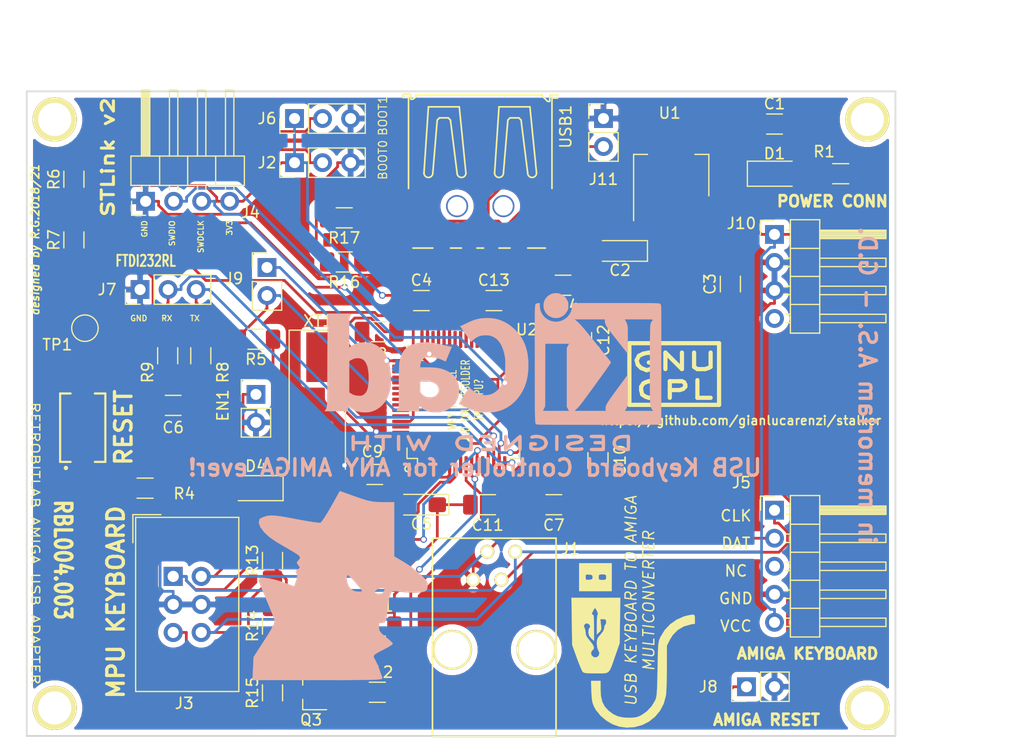
<source format=kicad_pcb>
(kicad_pcb (version 20171130) (host pcbnew 5.1.9+dfsg1-1+deb11u1)
  (layers (0 F.Cu signal) (31 B.Cu signal) (34 B.Paste user) (35 F.Paste user) (36 B.SilkS user) (37 F.SilkS user) (38 B.Mask user) (39 F.Mask user) (44 Edge.Cuts user))
  (net 0 "")
  (net 1 KBD_CLOCK)
  (net 2 KBD_DATA)
  (net 3 GND)
  (net 4 VCC3V3)
  (net 5 BOOT0)
  (net 6 +5V)
  (net 7 "Net-(D1-Pad2)")
  (net 8 VCC12V)
  (net 9 "Net-(D4-Pad1)")
  (net 10 KBD_RESET)
  (net 11 KBD_3v3_DATA)
  (net 12 KBD_3v3_RESET)
  (net 13 KBD_3v3_CLOCK)
  (net 14 TP1)
  (net 15 SWDIO)
  (net 16 SWDCLK)
  (net 17 TP2)
  (net 18 USB_ID)
  (net 19 USB_N)
  (net 20 USB_P)
  (net 21 UART_RX_TTL)
  (net 22 UART_TX_TTL)
  (net 23 BOOT1)
  (net 24 NRST)
  (net 25 "Net-(R16-Pad2)")
  (net 26 "Net-(R17-Pad2)")
  (net 27 "Net-(H1-Pad1)")
  (net 28 "Net-(H2-Pad1)")
  (net 29 "Net-(H3-Pad1)")
  (net 30 "Net-(H4-Pad1)")
  (net 31 "Net-(C7-Pad1)")
  (net 32 "Net-(C8-Pad1)")
  (net 33 "Net-(C9-Pad1)")
  (net 34 "Net-(J5-Pad3)")
  (net 35 "Net-(R6-Pad1)")
  (net 36 "Net-(R7-Pad2)")
  (net 37 "Net-(U2-Pad1)")
  (net 38 "Net-(U2-Pad2)")
  (net 39 "Net-(U2-Pad3)")
  (net 40 "Net-(U2-Pad4)")
  (net 41 "Net-(U2-Pad8)")
  (net 42 "Net-(U2-Pad20)")
  (net 43 "Net-(U2-Pad21)")
  (net 44 "Net-(U2-Pad22)")
  (net 45 "Net-(U2-Pad23)")
  (net 46 "Net-(U2-Pad24)")
  (net 47 "Net-(U2-Pad25)")
  (net 48 "Net-(U2-Pad26)")
  (net 49 "Net-(U2-Pad27)")
  (net 50 "Net-(U2-Pad29)")
  (net 51 "Net-(U2-Pad33)")
  (net 52 "Net-(U2-Pad34)")
  (net 53 "Net-(U2-Pad35)")
  (net 54 "Net-(U2-Pad36)")
  (net 55 "Net-(U2-Pad37)")
  (net 56 "Net-(U2-Pad38)")
  (net 57 "Net-(U2-Pad39)")
  (net 58 "Net-(U2-Pad40)")
  (net 59 "Net-(U2-Pad41)")
  (net 60 "Net-(U2-Pad42)")
  (net 61 "Net-(U2-Pad50)")
  (net 62 "Net-(U2-Pad51)")
  (net 63 "Net-(U2-Pad52)")
  (net 64 "Net-(U2-Pad53)")
  (net 65 "Net-(U2-Pad54)")
  (net 66 "Net-(U2-Pad55)")
  (net 67 "Net-(U2-Pad56)")
  (net 68 "Net-(U2-Pad57)")
  (net 69 "Net-(U2-Pad58)")
  (net 70 "Net-(U2-Pad59)")
  (net 71 "Net-(U2-Pad61)")
  (net 72 "Net-(U2-Pad62)")
  (module Capacitor_Tantalum_SMD:CP_EIA-3216-12_Kemet-S_Pad1.58x1.35mm_HandSolder (layer F.Cu) (at 163 80.5 180)
    (fp_text reference C2 (at 0 -1.75) (layer F.SilkS))
    (fp_text value 10uF)
    (pad 2 smd roundrect (at 1.4375 0 180) (size 1.575 1.35) (layers F.Cu F.Paste F.Mask) (roundrect_rratio 0.1851844444444445) (net 3 GND))
    (pad 1 smd roundrect (at -1.4375 0 180) (size 1.575 1.35) (layers F.Cu F.Paste F.Mask) (roundrect_rratio 0.1851844444444445) (net 4 VCC3V3))
  )
  (module Capacitor_SMD:C_1206_3216Metric_Pad1.33x1.80mm_HandSolder (layer F.Cu) (at 173 83.5 90)
    (fp_text reference C3 (at 0 -1.85 90) (layer F.SilkS))
    (fp_text value 100n)
    (pad 2 smd roundrect (at 1.5625 0 90) (size 1.325 1.8) (layers F.Cu F.Paste F.Mask) (roundrect_rratio 0.1886777358490566) (net 3 GND))
    (pad 1 smd roundrect (at -1.5625 0 90) (size 1.325 1.8) (layers F.Cu F.Paste F.Mask) (roundrect_rratio 0.1886777358490566) (net 4 VCC3V3))
  )
  (module Capacitor_SMD:C_1206_3216Metric_Pad1.33x1.80mm_HandSolder (layer F.Cu) (at 145 85)
    (fp_text reference C4 (at 0 -1.85) (layer F.SilkS))
    (fp_text value 100n)
    (pad 2 smd roundrect (at 1.5625 0) (size 1.325 1.8) (layers F.Cu F.Paste F.Mask) (roundrect_rratio 0.1886777358490566) (net 3 GND))
    (pad 1 smd roundrect (at -1.5625 0) (size 1.325 1.8) (layers F.Cu F.Paste F.Mask) (roundrect_rratio 0.1886777358490566) (net 4 VCC3V3))
  )
  (module Capacitor_Tantalum_SMD:CP_EIA-3216-18_Kemet-A_Pad1.58x1.35mm_HandSolder (layer F.Cu) (at 145 103.5 180)
    (fp_text reference C5 (at 0 -1.75) (layer F.SilkS))
    (fp_text value 10u)
    (pad 2 smd roundrect (at 1.4375 0 180) (size 1.575 1.35) (layers F.Cu F.Paste F.Mask) (roundrect_rratio 0.1851844444444445) (net 3 GND))
    (pad 1 smd roundrect (at -1.4375 0 180) (size 1.575 1.35) (layers F.Cu F.Paste F.Mask) (roundrect_rratio 0.1851844444444445) (net 4 VCC3V3))
  )
  (module Capacitor_SMD:C_1206_3216Metric_Pad1.33x1.80mm_HandSolder (layer F.Cu) (at 122.5 94.5)
    (fp_text reference C6 (at 0 2) (layer F.SilkS))
    (fp_text value 100n)
    (pad 2 smd roundrect (at 1.5625 0) (size 1.325 1.8) (layers F.Cu F.Paste F.Mask) (roundrect_rratio 0.1886777358490566) (net 24 NRST))
    (pad 1 smd roundrect (at -1.5625 0) (size 1.325 1.8) (layers F.Cu F.Paste F.Mask) (roundrect_rratio 0.1886777358490566) (net 3 GND))
  )
  (module Capacitor_SMD:C_1206_3216Metric_Pad1.33x1.80mm_HandSolder (layer F.Cu) (at 157 103.5 180)
    (fp_text reference C7 (at 0 -1.85) (layer F.SilkS))
    (fp_text value 4.7uF)
    (pad 2 smd roundrect (at 1.5625 0 180) (size 1.325 1.8) (layers F.Cu F.Paste F.Mask) (roundrect_rratio 0.1886777358490566) (net 3 GND))
    (pad 1 smd roundrect (at -1.5625 0 180) (size 1.325 1.8) (layers F.Cu F.Paste F.Mask) (roundrect_rratio 0.1886777358490566) (net 31 "Net-(C7-Pad1)"))
  )
  (module Capacitor_SMD:C_1206_3216Metric_Pad1.33x1.80mm_HandSolder (layer F.Cu) (at 141.178 87.82 180)
    (fp_text reference C8 (at 0.2475 -2.01) (layer F.SilkS))
    (fp_text value 22pF)
    (pad 2 smd roundrect (at 1.5625 0 180) (size 1.325 1.8) (layers F.Cu F.Paste F.Mask) (roundrect_rratio 0.1886777358490566) (net 3 GND))
    (pad 1 smd roundrect (at -1.5625 0 180) (size 1.325 1.8) (layers F.Cu F.Paste F.Mask) (roundrect_rratio 0.1886777358490566) (net 32 "Net-(C8-Pad1)"))
  )
  (module Capacitor_SMD:C_1206_3216Metric_Pad1.33x1.80mm_HandSolder (layer F.Cu) (at 140.768 100.76 180)
    (fp_text reference C9 (at 0.2075 2.07) (layer F.SilkS))
    (fp_text value 22pF)
    (pad 2 smd roundrect (at 1.5625 0 180) (size 1.325 1.8) (layers F.Cu F.Paste F.Mask) (roundrect_rratio 0.1886777358490566) (net 3 GND))
    (pad 1 smd roundrect (at -1.5625 0 180) (size 1.325 1.8) (layers F.Cu F.Paste F.Mask) (roundrect_rratio 0.1886777358490566) (net 33 "Net-(C9-Pad1)"))
  )
  (module Capacitor_SMD:C_1206_3216Metric_Pad1.33x1.80mm_HandSolder (layer F.Cu) (at 161 99.5 90)
    (fp_text reference C10 (at 0 2 90) (layer F.SilkS))
    (fp_text value 100n)
    (pad 2 smd roundrect (at 1.5625 0 90) (size 1.325 1.8) (layers F.Cu F.Paste F.Mask) (roundrect_rratio 0.1886777358490566) (net 4 VCC3V3))
    (pad 1 smd roundrect (at -1.5625 0 90) (size 1.325 1.8) (layers F.Cu F.Paste F.Mask) (roundrect_rratio 0.1886777358490566) (net 3 GND))
  )
  (module Capacitor_SMD:C_1206_3216Metric_Pad1.33x1.80mm_HandSolder (layer F.Cu) (at 151 103.5 180)
    (fp_text reference C11 (at 0 -1.85) (layer F.SilkS))
    (fp_text value 100n)
    (pad 2 smd roundrect (at 1.5625 0 180) (size 1.325 1.8) (layers F.Cu F.Paste F.Mask) (roundrect_rratio 0.1886777358490566) (net 4 VCC3V3))
    (pad 1 smd roundrect (at -1.5625 0 180) (size 1.325 1.8) (layers F.Cu F.Paste F.Mask) (roundrect_rratio 0.1886777358490566) (net 3 GND))
  )
  (module Capacitor_SMD:C_1206_3216Metric_Pad1.33x1.80mm_HandSolder (layer F.Cu) (at 159.512 88.6075 90)
    (fp_text reference C12 (at 0 2 270) (layer F.SilkS))
    (fp_text value 100n)
    (pad 2 smd roundrect (at 1.5625 0 90) (size 1.325 1.8) (layers F.Cu F.Paste F.Mask) (roundrect_rratio 0.1886777358490566) (net 4 VCC3V3))
    (pad 1 smd roundrect (at -1.5625 0 90) (size 1.325 1.8) (layers F.Cu F.Paste F.Mask) (roundrect_rratio 0.1886777358490566) (net 3 GND))
  )
  (module Capacitor_SMD:C_1206_3216Metric_Pad1.33x1.80mm_HandSolder (layer F.Cu) (at 151.562 85)
    (fp_text reference C13 (at 0 -1.85) (layer F.SilkS))
    (fp_text value 100n)
    (pad 2 smd roundrect (at 1.5625 0) (size 1.325 1.8) (layers F.Cu F.Paste F.Mask) (roundrect_rratio 0.1886777358490566) (net 4 VCC3V3))
    (pad 1 smd roundrect (at -1.5625 0) (size 1.325 1.8) (layers F.Cu F.Paste F.Mask) (roundrect_rratio 0.1886777358490566) (net 3 GND))
  )
  (module Capacitor_SMD:C_1206_3216Metric_Pad1.33x1.80mm_HandSolder (layer F.Cu) (at 157.838 83.61 180)
    (fp_text reference C14 (at 0 -1.85) (layer F.SilkS))
    (fp_text value 100n)
    (pad 2 smd roundrect (at 1.5625 0 180) (size 1.325 1.8) (layers F.Cu F.Paste F.Mask) (roundrect_rratio 0.1886777358490566) (net 6 +5V))
    (pad 1 smd roundrect (at -1.5625 0 180) (size 1.325 1.8) (layers F.Cu F.Paste F.Mask) (roundrect_rratio 0.1886777358490566) (net 3 GND))
  )
  (module LED_SMD:LED_1206_3216Metric_Pad1.42x1.75mm_HandSolder (layer F.Cu) (at 177 73.5)
    (fp_text reference D1 (at 0 -1.82) (layer F.SilkS))
    (fp_text value RED)
    (pad 2 smd roundrect (at 1.4875 0) (size 1.425 1.75) (layers F.Cu F.Paste F.Mask) (roundrect_rratio 0.1754385964912281) (net 7 "Net-(D1-Pad2)"))
    (pad 1 smd roundrect (at -1.4875 0) (size 1.425 1.75) (layers F.Cu F.Paste F.Mask) (roundrect_rratio 0.1754385964912281) (net 3 GND))
  )
  (module LED_SMD:LED_1206_3216Metric_Pad1.42x1.75mm_HandSolder (layer F.Cu) (at 130 102 180)
    (fp_text reference D4 (at 0 2) (layer F.SilkS))
    (fp_text value RED)
    (pad 2 smd roundrect (at 1.4875 0 180) (size 1.425 1.75) (layers F.Cu F.Paste F.Mask) (roundrect_rratio 0.1754385964912281) (net 4 VCC3V3))
    (pad 1 smd roundrect (at -1.4875 0 180) (size 1.425 1.75) (layers F.Cu F.Paste F.Mask) (roundrect_rratio 0.1754385964912281) (net 9 "Net-(D4-Pad1)"))
  )
  (module Connector_PinHeader_2.54mm:PinHeader_1x02_P2.54mm_Vertical (layer F.Cu) (at 130 93.5)
    (fp_text reference EN1 (at -3 1 90) (layer F.SilkS))
    (fp_text value CONN_01X02)
    (pad 2 thru_hole oval (at 0 2.54) (size 1.7 1.7) (drill 1) (layers *.Cu *.Mask) (net 3 GND))
    (pad 1 thru_hole rect (at 0 0) (size 1.7 1.7) (drill 1) (layers *.Cu *.Mask) (net 24 NRST))
  )
  (module RetroBitLab:MountingHole (layer F.Cu) (at 111.76 121.412)
    (fp_text reference H1 hide)
    (fp_text value CONN_01X01)
    (pad 1 thru_hole circle (at 0 0.508) (size 4 4) (drill 3) (layers *.Cu *.Mask F.SilkS) (net 27 "Net-(H1-Pad1)"))
  )
  (module RetroBitLab:MountingHole (layer F.Cu) (at 185.42 68.072)
    (fp_text reference H2 hide)
    (fp_text value CONN_01X01)
    (pad 1 thru_hole circle (at 0 0.508) (size 4 4) (drill 3) (layers *.Cu *.Mask F.SilkS) (net 28 "Net-(H2-Pad1)"))
  )
  (module RetroBitLab:MountingHole (layer F.Cu) (at 185.42 121.412)
    (fp_text reference H3 hide)
    (fp_text value CONN_01X01)
    (pad 1 thru_hole circle (at 0 0.508) (size 4 4) (drill 3) (layers *.Cu *.Mask F.SilkS) (net 29 "Net-(H3-Pad1)"))
  )
  (module RetroBitLab:MountingHole (layer F.Cu) (at 111.76 68.072)
    (fp_text reference H4 hide)
    (fp_text value CONN_01X01)
    (pad 1 thru_hole circle (at 0 0.508) (size 4 4) (drill 3) (layers *.Cu *.Mask F.SilkS) (net 30 "Net-(H4-Pad1)"))
  )
  (module RetroBitLab:RJ10-RECEPTACLE-Assmann-ASS-2004-3-4-LP-N-R (layer F.Cu) (at 146 106.5)
    (fp_text reference J1 (at 12.5 1) (layer F.SilkS))
    (fp_text value RJ10)
    (pad 3 thru_hole circle (at 4.965 1.27) (size 1.27 1.27) (drill 0.9) (layers *.Cu *.Mask F.SilkS) (net 2 KBD_DATA))
    (pad 5 thru_hole circle (at 1.79 10.15) (size 3.6 3.6) (drill 3.2) (layers *.Cu *.Mask F.SilkS))
    (pad 5 thru_hole circle (at 9.41 10.15) (size 3.6 3.6) (drill 3.2) (layers *.Cu *.Mask F.SilkS))
    (pad 1 thru_hole circle (at 7.505 1.27) (size 1.27 1.27) (drill 0.9) (layers *.Cu *.Mask F.SilkS) (net 6 +5V))
    (pad 4 thru_hole circle (at 3.695 3.8) (size 1.27 1.27) (drill 0.9) (layers *.Cu *.Mask F.SilkS) (net 3 GND))
    (pad 2 thru_hole circle (at 6.235 3.8) (size 1.27 1.27) (drill 0.9) (layers *.Cu *.Mask F.SilkS) (net 1 KBD_CLOCK))
  )
  (module Connector_PinHeader_2.54mm:PinHeader_1x03_P2.54mm_Vertical (layer F.Cu) (at 133.5 72.5 90)
    (fp_text reference J2 (at 0 -2.5 180) (layer F.SilkS))
    (fp_text value Conn_01x03)
    (pad 3 thru_hole oval (at 0 5.08 90) (size 1.7 1.7) (drill 1) (layers *.Cu *.Mask) (net 3 GND))
    (pad 2 thru_hole oval (at 0 2.54 90) (size 1.7 1.7) (drill 1) (layers *.Cu *.Mask) (net 5 BOOT0))
    (pad 1 thru_hole rect (at 0 0 90) (size 1.7 1.7) (drill 1) (layers *.Cu *.Mask) (net 4 VCC3V3))
  )
  (module RetroBitLab:IDC-Header_2x03_P2.54mm_Vertical (layer F.Cu) (at 122.5 110)
    (fp_text reference J3 (at 1 11.5) (layer F.SilkS))
    (fp_text value Conn_02x03_Odd_Even)
    (pad 6 thru_hole oval (at 2.54 5.08) (size 1.7272 1.7272) (drill 1.016) (layers *.Cu *.Mask) (net 6 +5V))
    (pad 5 thru_hole oval (at 0 5.08) (size 1.7272 1.7272) (drill 1.016) (layers *.Cu *.Mask) (net 10 KBD_RESET))
    (pad 4 thru_hole oval (at 2.54 2.54) (size 1.7272 1.7272) (drill 1.016) (layers *.Cu *.Mask) (net 3 GND))
    (pad 3 thru_hole oval (at 0 2.54) (size 1.7272 1.7272) (drill 1.016) (layers *.Cu *.Mask) (net 3 GND))
    (pad 2 thru_hole oval (at 2.54 0) (size 1.7272 1.7272) (drill 1.016) (layers *.Cu *.Mask) (net 2 KBD_DATA))
    (pad 1 thru_hole rect (at 0 0) (size 1.7272 1.7272) (drill 1.016) (layers *.Cu *.Mask) (net 1 KBD_CLOCK))
  )
  (module Connector_PinHeader_2.54mm:PinHeader_1x04_P2.54mm_Horizontal (layer F.Cu) (at 120 76 90)
    (fp_text reference J4 (at -1 9.5 180) (layer F.SilkS))
    (fp_text value Conn_01x04)
    (pad 4 thru_hole oval (at 0 7.62 90) (size 1.7 1.7) (drill 1) (layers *.Cu *.Mask) (net 4 VCC3V3))
    (pad 3 thru_hole oval (at 0 5.08 90) (size 1.7 1.7) (drill 1) (layers *.Cu *.Mask) (net 16 SWDCLK))
    (pad 2 thru_hole oval (at 0 2.54 90) (size 1.7 1.7) (drill 1) (layers *.Cu *.Mask) (net 15 SWDIO))
    (pad 1 thru_hole rect (at 0 0 90) (size 1.7 1.7) (drill 1) (layers *.Cu *.Mask) (net 3 GND))
  )
  (module Connector_PinHeader_2.54mm:PinHeader_1x05_P2.54mm_Horizontal (layer F.Cu) (at 177 104)
    (fp_text reference J5 (at -3 -2.5) (layer F.SilkS))
    (fp_text value Conn_01x05)
    (pad 5 thru_hole oval (at 0 10.16) (size 1.7 1.7) (drill 1) (layers *.Cu *.Mask) (net 6 +5V))
    (pad 4 thru_hole oval (at 0 7.62) (size 1.7 1.7) (drill 1) (layers *.Cu *.Mask) (net 3 GND))
    (pad 3 thru_hole oval (at 0 5.08) (size 1.7 1.7) (drill 1) (layers *.Cu *.Mask) (net 34 "Net-(J5-Pad3)"))
    (pad 2 thru_hole oval (at 0 2.54) (size 1.7 1.7) (drill 1) (layers *.Cu *.Mask) (net 2 KBD_DATA))
    (pad 1 thru_hole rect (at 0 0) (size 1.7 1.7) (drill 1) (layers *.Cu *.Mask) (net 1 KBD_CLOCK))
  )
  (module Connector_PinHeader_2.54mm:PinHeader_1x03_P2.54mm_Vertical (layer F.Cu) (at 133.5 68.5 90)
    (fp_text reference J6 (at 0 -2.5 180) (layer F.SilkS))
    (fp_text value Conn_01x03)
    (pad 3 thru_hole oval (at 0 5.08 90) (size 1.7 1.7) (drill 1) (layers *.Cu *.Mask) (net 3 GND))
    (pad 2 thru_hole oval (at 0 2.54 90) (size 1.7 1.7) (drill 1) (layers *.Cu *.Mask) (net 23 BOOT1))
    (pad 1 thru_hole rect (at 0 0 90) (size 1.7 1.7) (drill 1) (layers *.Cu *.Mask) (net 4 VCC3V3))
  )
  (module Connector_PinHeader_2.54mm:PinHeader_1x03_P2.54mm_Vertical (layer F.Cu) (at 119.5 84 90)
    (fp_text reference J7 (at 0 -3 180) (layer F.SilkS))
    (fp_text value Conn_01x03)
    (pad 3 thru_hole oval (at 0 5.08 90) (size 1.7 1.7) (drill 1) (layers *.Cu *.Mask) (net 22 UART_TX_TTL))
    (pad 2 thru_hole oval (at 0 2.54 90) (size 1.7 1.7) (drill 1) (layers *.Cu *.Mask) (net 21 UART_RX_TTL))
    (pad 1 thru_hole rect (at 0 0 90) (size 1.7 1.7) (drill 1) (layers *.Cu *.Mask) (net 3 GND))
  )
  (module Connector_PinHeader_2.54mm:PinHeader_1x02_P2.54mm_Vertical (layer F.Cu) (at 174.46 120 90)
    (fp_text reference J8 (at 0 -3.46 180) (layer F.SilkS))
    (fp_text value Conn_01x02)
    (pad 2 thru_hole oval (at 0 2.54 90) (size 1.7 1.7) (drill 1) (layers *.Cu *.Mask) (net 3 GND))
    (pad 1 thru_hole rect (at 0 0 90) (size 1.7 1.7) (drill 1) (layers *.Cu *.Mask) (net 10 KBD_RESET))
  )
  (module Connector_PinHeader_2.54mm:PinHeader_1x02_P2.54mm_Vertical (layer F.Cu) (at 131 82)
    (fp_text reference J9 (at -3 1) (layer F.SilkS))
    (fp_text value Conn_01x02)
    (pad 2 thru_hole oval (at 0 2.54) (size 1.7 1.7) (drill 1) (layers *.Cu *.Mask) (net 14 TP1))
    (pad 1 thru_hole rect (at 0 0) (size 1.7 1.7) (drill 1) (layers *.Cu *.Mask) (net 17 TP2))
  )
  (module Connector_PinHeader_2.54mm:PinHeader_1x04_P2.54mm_Horizontal (layer F.Cu) (at 177 79)
    (fp_text reference J10 (at -3 -1) (layer F.SilkS))
    (fp_text value Conn_01x04)
    (pad 4 thru_hole oval (at 0 7.62) (size 1.7 1.7) (drill 1) (layers *.Cu *.Mask) (net 8 VCC12V))
    (pad 3 thru_hole oval (at 0 5.08) (size 1.7 1.7) (drill 1) (layers *.Cu *.Mask) (net 3 GND))
    (pad 2 thru_hole oval (at 0 2.54) (size 1.7 1.7) (drill 1) (layers *.Cu *.Mask) (net 3 GND))
    (pad 1 thru_hole rect (at 0 0) (size 1.7 1.7) (drill 1) (layers *.Cu *.Mask) (net 6 +5V))
  )
  (module Connector_PinHeader_2.54mm:PinHeader_1x02_P2.54mm_Vertical (layer F.Cu) (at 161.5 68.5)
    (fp_text reference J11 (at 0 5.5) (layer F.SilkS))
    (fp_text value Conn_01x02)
    (pad 2 thru_hole oval (at 0 2.54) (size 1.7 1.7) (drill 1) (layers *.Cu *.Mask) (net 18 USB_ID))
    (pad 1 thru_hole rect (at 0 0) (size 1.7 1.7) (drill 1) (layers *.Cu *.Mask) (net 3 GND))
  )
  (module Package_TO_SOT_SMD:SOT-23 (layer F.Cu) (at 135 108.55 180)
    (fp_text reference Q1 (at 0 -2.5) (layer F.SilkS))
    (fp_text value BSS138)
    (pad 3 smd rect (at 1 0 180) (size 0.9 0.8) (layers F.Cu F.Paste F.Mask) (net 2 KBD_DATA))
    (pad 2 smd rect (at -1 0.95 180) (size 0.9 0.8) (layers F.Cu F.Paste F.Mask) (net 11 KBD_3v3_DATA))
    (pad 1 smd rect (at -1 -0.95 180) (size 0.9 0.8) (layers F.Cu F.Paste F.Mask) (net 4 VCC3V3))
  )
  (module Package_TO_SOT_SMD:SOT-23 (layer F.Cu) (at 135 114.525 180)
    (fp_text reference Q2 (at 0 -2.5) (layer F.SilkS))
    (fp_text value BSS138)
    (pad 3 smd rect (at 1 0 180) (size 0.9 0.8) (layers F.Cu F.Paste F.Mask) (net 1 KBD_CLOCK))
    (pad 2 smd rect (at -1 0.95 180) (size 0.9 0.8) (layers F.Cu F.Paste F.Mask) (net 13 KBD_3v3_CLOCK))
    (pad 1 smd rect (at -1 -0.95 180) (size 0.9 0.8) (layers F.Cu F.Paste F.Mask) (net 4 VCC3V3))
  )
  (module Package_TO_SOT_SMD:SOT-23 (layer F.Cu) (at 135 120.5 180)
    (fp_text reference Q3 (at 0 -2.5) (layer F.SilkS))
    (fp_text value BSS138)
    (pad 3 smd rect (at 1 0 180) (size 0.9 0.8) (layers F.Cu F.Paste F.Mask) (net 10 KBD_RESET))
    (pad 2 smd rect (at -1 0.95 180) (size 0.9 0.8) (layers F.Cu F.Paste F.Mask) (net 12 KBD_3v3_RESET))
    (pad 1 smd rect (at -1 -0.95 180) (size 0.9 0.8) (layers F.Cu F.Paste F.Mask) (net 4 VCC3V3))
  )
  (module Resistor_SMD:R_1206_3216Metric_Pad1.30x1.75mm_HandSolder (layer F.Cu) (at 183 73.5 180)
    (fp_text reference R1 (at 1.5 2) (layer F.SilkS))
    (fp_text value 330R)
    (pad 2 smd roundrect (at 1.55 0 180) (size 1.3 1.75) (layers F.Cu F.Paste F.Mask) (roundrect_rratio 0.1923069230769231) (net 7 "Net-(D1-Pad2)"))
    (pad 1 smd roundrect (at -1.55 0 180) (size 1.3 1.75) (layers F.Cu F.Paste F.Mask) (roundrect_rratio 0.1923069230769231) (net 6 +5V))
  )
  (module Resistor_SMD:R_1206_3216Metric_Pad1.30x1.75mm_HandSolder (layer F.Cu) (at 119.95 102)
    (fp_text reference R4 (at 3.55 0.5) (layer F.SilkS))
    (fp_text value 10K)
    (pad 2 smd roundrect (at 1.55 0) (size 1.3 1.75) (layers F.Cu F.Paste F.Mask) (roundrect_rratio 0.1923069230769231) (net 4 VCC3V3))
    (pad 1 smd roundrect (at -1.55 0) (size 1.3 1.75) (layers F.Cu F.Paste F.Mask) (roundrect_rratio 0.1923069230769231) (net 24 NRST))
  )
  (module Resistor_SMD:R_1206_3216Metric_Pad1.30x1.75mm_HandSolder (layer F.Cu) (at 130 88.5 180)
    (fp_text reference R5 (at 0 -1.82) (layer F.SilkS))
    (fp_text value 330R)
    (pad 2 smd roundrect (at 1.55 0 180) (size 1.3 1.75) (layers F.Cu F.Paste F.Mask) (roundrect_rratio 0.1923069230769231) (net 14 TP1))
    (pad 1 smd roundrect (at -1.55 0 180) (size 1.3 1.75) (layers F.Cu F.Paste F.Mask) (roundrect_rratio 0.1923069230769231) (net 9 "Net-(D4-Pad1)"))
  )
  (module Resistor_SMD:R_1206_3216Metric_Pad1.30x1.75mm_HandSolder (layer F.Cu) (at 113.5 74 90)
    (fp_text reference R6 (at 0 -1.82 90) (layer F.SilkS))
    (fp_text value 10K)
    (pad 2 smd roundrect (at 1.55 0 90) (size 1.3 1.75) (layers F.Cu F.Paste F.Mask) (roundrect_rratio 0.1923069230769231) (net 5 BOOT0))
    (pad 1 smd roundrect (at -1.55 0 90) (size 1.3 1.75) (layers F.Cu F.Paste F.Mask) (roundrect_rratio 0.1923069230769231) (net 35 "Net-(R6-Pad1)"))
  )
  (module Resistor_SMD:R_1206_3216Metric_Pad1.30x1.75mm_HandSolder (layer F.Cu) (at 113.5 79.5 90)
    (fp_text reference R7 (at 0 -1.82 90) (layer F.SilkS))
    (fp_text value 10K)
    (pad 2 smd roundrect (at 1.55 0 90) (size 1.3 1.75) (layers F.Cu F.Paste F.Mask) (roundrect_rratio 0.1923069230769231) (net 36 "Net-(R7-Pad2)"))
    (pad 1 smd roundrect (at -1.55 0 90) (size 1.3 1.75) (layers F.Cu F.Paste F.Mask) (roundrect_rratio 0.1923069230769231) (net 23 BOOT1))
  )
  (module Resistor_SMD:R_1206_3216Metric_Pad1.30x1.75mm_HandSolder (layer F.Cu) (at 125 90 90)
    (fp_text reference R8 (at -1.5 2 90) (layer F.SilkS))
    (fp_text value 10K)
    (pad 2 smd roundrect (at 1.55 0 90) (size 1.3 1.75) (layers F.Cu F.Paste F.Mask) (roundrect_rratio 0.1923069230769231) (net 22 UART_TX_TTL))
    (pad 1 smd roundrect (at -1.55 0 90) (size 1.3 1.75) (layers F.Cu F.Paste F.Mask) (roundrect_rratio 0.1923069230769231) (net 4 VCC3V3))
  )
  (module Resistor_SMD:R_1206_3216Metric_Pad1.30x1.75mm_HandSolder (layer F.Cu) (at 122 90 90)
    (fp_text reference R9 (at -1.5 -1.82 90) (layer F.SilkS))
    (fp_text value 10K)
    (pad 2 smd roundrect (at 1.55 0 90) (size 1.3 1.75) (layers F.Cu F.Paste F.Mask) (roundrect_rratio 0.1923069230769231) (net 21 UART_RX_TTL))
    (pad 1 smd roundrect (at -1.55 0 90) (size 1.3 1.75) (layers F.Cu F.Paste F.Mask) (roundrect_rratio 0.1923069230769231) (net 4 VCC3V3))
  )
  (module Resistor_SMD:R_1206_3216Metric_Pad1.30x1.75mm_HandSolder (layer F.Cu) (at 141 108.5)
    (fp_text reference R10 (at 0 -1.82) (layer F.SilkS))
    (fp_text value 10K)
    (pad 2 smd roundrect (at 1.55 0) (size 1.3 1.75) (layers F.Cu F.Paste F.Mask) (roundrect_rratio 0.1923069230769231) (net 11 KBD_3v3_DATA))
    (pad 1 smd roundrect (at -1.55 0) (size 1.3 1.75) (layers F.Cu F.Paste F.Mask) (roundrect_rratio 0.1923069230769231) (net 4 VCC3V3))
  )
  (module Resistor_SMD:R_1206_3216Metric_Pad1.30x1.75mm_HandSolder (layer F.Cu) (at 141 114.5)
    (fp_text reference R11 (at 0 -1.82) (layer F.SilkS))
    (fp_text value 10K)
    (pad 2 smd roundrect (at 1.55 0) (size 1.3 1.75) (layers F.Cu F.Paste F.Mask) (roundrect_rratio 0.1923069230769231) (net 13 KBD_3v3_CLOCK))
    (pad 1 smd roundrect (at -1.55 0) (size 1.3 1.75) (layers F.Cu F.Paste F.Mask) (roundrect_rratio 0.1923069230769231) (net 4 VCC3V3))
  )
  (module Resistor_SMD:R_1206_3216Metric_Pad1.30x1.75mm_HandSolder (layer F.Cu) (at 141 120.5)
    (fp_text reference R12 (at 0 -1.82) (layer F.SilkS))
    (fp_text value 10K)
    (pad 2 smd roundrect (at 1.55 0) (size 1.3 1.75) (layers F.Cu F.Paste F.Mask) (roundrect_rratio 0.1923069230769231) (net 12 KBD_3v3_RESET))
    (pad 1 smd roundrect (at -1.55 0) (size 1.3 1.75) (layers F.Cu F.Paste F.Mask) (roundrect_rratio 0.1923069230769231) (net 4 VCC3V3))
  )
  (module Resistor_SMD:R_1206_3216Metric_Pad1.30x1.75mm_HandSolder (layer F.Cu) (at 131.5 108.55 90)
    (fp_text reference R13 (at 0 -1.82 90) (layer F.SilkS))
    (fp_text value 10K)
    (pad 2 smd roundrect (at 1.55 0 90) (size 1.3 1.75) (layers F.Cu F.Paste F.Mask) (roundrect_rratio 0.1923069230769231) (net 2 KBD_DATA))
    (pad 1 smd roundrect (at -1.55 0 90) (size 1.3 1.75) (layers F.Cu F.Paste F.Mask) (roundrect_rratio 0.1923069230769231) (net 6 +5V))
  )
  (module Resistor_SMD:R_1206_3216Metric_Pad1.30x1.75mm_HandSolder (layer F.Cu) (at 131.5 114.5 90)
    (fp_text reference R14 (at 0 -1.82 90) (layer F.SilkS))
    (fp_text value 10K)
    (pad 2 smd roundrect (at 1.55 0 90) (size 1.3 1.75) (layers F.Cu F.Paste F.Mask) (roundrect_rratio 0.1923069230769231) (net 1 KBD_CLOCK))
    (pad 1 smd roundrect (at -1.55 0 90) (size 1.3 1.75) (layers F.Cu F.Paste F.Mask) (roundrect_rratio 0.1923069230769231) (net 6 +5V))
  )
  (module Resistor_SMD:R_1206_3216Metric_Pad1.30x1.75mm_HandSolder (layer F.Cu) (at 131.5 120.55 90)
    (fp_text reference R15 (at 0 -1.82 90) (layer F.SilkS))
    (fp_text value 10K)
    (pad 2 smd roundrect (at 1.55 0 90) (size 1.3 1.75) (layers F.Cu F.Paste F.Mask) (roundrect_rratio 0.1923069230769231) (net 10 KBD_RESET))
    (pad 1 smd roundrect (at -1.55 0 90) (size 1.3 1.75) (layers F.Cu F.Paste F.Mask) (roundrect_rratio 0.1923069230769231) (net 6 +5V))
  )
  (module Resistor_SMD:R_1206_3216Metric_Pad1.30x1.75mm_HandSolder (layer F.Cu) (at 138 81.5 180)
    (fp_text reference R16 (at 0 -1.82) (layer F.SilkS))
    (fp_text value 22R)
    (pad 2 smd roundrect (at 1.55 0 180) (size 1.3 1.75) (layers F.Cu F.Paste F.Mask) (roundrect_rratio 0.1923069230769231) (net 25 "Net-(R16-Pad2)"))
    (pad 1 smd roundrect (at -1.55 0 180) (size 1.3 1.75) (layers F.Cu F.Paste F.Mask) (roundrect_rratio 0.1923069230769231) (net 20 USB_P))
  )
  (module Resistor_SMD:R_1206_3216Metric_Pad1.30x1.75mm_HandSolder (layer F.Cu) (at 138 77.5 180)
    (fp_text reference R17 (at 0 -1.82) (layer F.SilkS))
    (fp_text value 22R)
    (pad 2 smd roundrect (at 1.55 0 180) (size 1.3 1.75) (layers F.Cu F.Paste F.Mask) (roundrect_rratio 0.1923069230769231) (net 26 "Net-(R17-Pad2)"))
    (pad 1 smd roundrect (at -1.55 0 180) (size 1.3 1.75) (layers F.Cu F.Paste F.Mask) (roundrect_rratio 0.1923069230769231) (net 19 USB_N))
  )
  (module TestPoint:TestPoint_Pad_D2.0mm (layer F.Cu) (at 114.5 87.5)
    (fp_text reference TP1 (at -2.5 1.5) (layer F.SilkS))
    (fp_text value GND)
    (pad 1 smd circle (at 0 0) (size 2 2) (layers F.Cu F.Mask) (net 3 GND))
  )
  (module Package_TO_SOT_SMD:SOT-223 (layer F.Cu) (at 167.64 73.66 90)
    (fp_text reference U1 (at 5.66 -0.14 180) (layer F.SilkS))
    (fp_text value AZ1117-3.3)
    (pad 1 smd rect (at -3.15 -2.3 90) (size 2 1.5) (layers F.Cu F.Paste F.Mask) (net 3 GND))
    (pad 3 smd rect (at -3.15 2.3 90) (size 2 1.5) (layers F.Cu F.Paste F.Mask) (net 6 +5V))
    (pad 2 smd rect (at -3.15 0 90) (size 2 1.5) (layers F.Cu F.Paste F.Mask) (net 4 VCC3V3))
    (pad 4 smd rect (at 3.15 0 90) (size 2 3.8) (layers F.Cu F.Paste F.Mask))
  )
  (module Package_QFP:LQFP-64_10x10mm_P0.5mm (layer F.Cu) (at 148.8 94.2 90)
    (fp_text reference U2 (at 6.57 5.76 180) (layer F.SilkS))
    (fp_text value STM32F401RBTx)
    (pad 64 smd roundrect (at -3.75 -5.675 90) (size 0.3 1.55) (layers F.Cu F.Paste F.Mask) (net 4 VCC3V3))
    (pad 63 smd roundrect (at -3.25 -5.675 90) (size 0.3 1.55) (layers F.Cu F.Paste F.Mask) (net 3 GND))
    (pad 62 smd roundrect (at -2.75 -5.675 90) (size 0.3 1.55) (layers F.Cu F.Paste F.Mask) (net 72 "Net-(U2-Pad62)"))
    (pad 61 smd roundrect (at -2.25 -5.675 90) (size 0.3 1.55) (layers F.Cu F.Paste F.Mask) (net 71 "Net-(U2-Pad61)"))
    (pad 60 smd roundrect (at -1.75 -5.675 90) (size 0.3 1.55) (layers F.Cu F.Paste F.Mask) (net 35 "Net-(R6-Pad1)"))
    (pad 59 smd roundrect (at -1.25 -5.675 90) (size 0.3 1.55) (layers F.Cu F.Paste F.Mask) (net 70 "Net-(U2-Pad59)"))
    (pad 58 smd roundrect (at -0.75 -5.675 90) (size 0.3 1.55) (layers F.Cu F.Paste F.Mask) (net 69 "Net-(U2-Pad58)"))
    (pad 57 smd roundrect (at -0.25 -5.675 90) (size 0.3 1.55) (layers F.Cu F.Paste F.Mask) (net 68 "Net-(U2-Pad57)"))
    (pad 56 smd roundrect (at 0.25 -5.675 90) (size 0.3 1.55) (layers F.Cu F.Paste F.Mask) (net 67 "Net-(U2-Pad56)"))
    (pad 55 smd roundrect (at 0.75 -5.675 90) (size 0.3 1.55) (layers F.Cu F.Paste F.Mask) (net 66 "Net-(U2-Pad55)"))
    (pad 54 smd roundrect (at 1.25 -5.675 90) (size 0.3 1.55) (layers F.Cu F.Paste F.Mask) (net 65 "Net-(U2-Pad54)"))
    (pad 53 smd roundrect (at 1.75 -5.675 90) (size 0.3 1.55) (layers F.Cu F.Paste F.Mask) (net 64 "Net-(U2-Pad53)"))
    (pad 52 smd roundrect (at 2.25 -5.675 90) (size 0.3 1.55) (layers F.Cu F.Paste F.Mask) (net 63 "Net-(U2-Pad52)"))
    (pad 51 smd roundrect (at 2.75 -5.675 90) (size 0.3 1.55) (layers F.Cu F.Paste F.Mask) (net 62 "Net-(U2-Pad51)"))
    (pad 50 smd roundrect (at 3.25 -5.675 90) (size 0.3 1.55) (layers F.Cu F.Paste F.Mask) (net 61 "Net-(U2-Pad50)"))
    (pad 49 smd roundrect (at 3.75 -5.675 90) (size 0.3 1.55) (layers F.Cu F.Paste F.Mask) (net 16 SWDCLK))
    (pad 48 smd roundrect (at 5.675 -3.75 90) (size 1.55 0.3) (layers F.Cu F.Paste F.Mask) (net 4 VCC3V3))
    (pad 47 smd roundrect (at 5.675 -3.25 90) (size 1.55 0.3) (layers F.Cu F.Paste F.Mask) (net 3 GND))
    (pad 46 smd roundrect (at 5.675 -2.75 90) (size 1.55 0.3) (layers F.Cu F.Paste F.Mask) (net 15 SWDIO))
    (pad 45 smd roundrect (at 5.675 -2.25 90) (size 1.55 0.3) (layers F.Cu F.Paste F.Mask) (net 20 USB_P))
    (pad 44 smd roundrect (at 5.675 -1.75 90) (size 1.55 0.3) (layers F.Cu F.Paste F.Mask) (net 19 USB_N))
    (pad 43 smd roundrect (at 5.675 -1.25 90) (size 1.55 0.3) (layers F.Cu F.Paste F.Mask) (net 18 USB_ID))
    (pad 42 smd roundrect (at 5.675 -0.75 90) (size 1.55 0.3) (layers F.Cu F.Paste F.Mask) (net 60 "Net-(U2-Pad42)"))
    (pad 41 smd roundrect (at 5.675 -0.25 90) (size 1.55 0.3) (layers F.Cu F.Paste F.Mask) (net 59 "Net-(U2-Pad41)"))
    (pad 40 smd roundrect (at 5.675 0.25 90) (size 1.55 0.3) (layers F.Cu F.Paste F.Mask) (net 58 "Net-(U2-Pad40)"))
    (pad 39 smd roundrect (at 5.675 0.75 90) (size 1.55 0.3) (layers F.Cu F.Paste F.Mask) (net 57 "Net-(U2-Pad39)"))
    (pad 38 smd roundrect (at 5.675 1.25 90) (size 1.55 0.3) (layers F.Cu F.Paste F.Mask) (net 56 "Net-(U2-Pad38)"))
    (pad 37 smd roundrect (at 5.675 1.75 90) (size 1.55 0.3) (layers F.Cu F.Paste F.Mask) (net 55 "Net-(U2-Pad37)"))
    (pad 36 smd roundrect (at 5.675 2.25 90) (size 1.55 0.3) (layers F.Cu F.Paste F.Mask) (net 54 "Net-(U2-Pad36)"))
    (pad 35 smd roundrect (at 5.675 2.75 90) (size 1.55 0.3) (layers F.Cu F.Paste F.Mask) (net 53 "Net-(U2-Pad35)"))
    (pad 34 smd roundrect (at 5.675 3.25 90) (size 1.55 0.3) (layers F.Cu F.Paste F.Mask) (net 52 "Net-(U2-Pad34)"))
    (pad 33 smd roundrect (at 5.675 3.75 90) (size 1.55 0.3) (layers F.Cu F.Paste F.Mask) (net 51 "Net-(U2-Pad33)"))
    (pad 32 smd roundrect (at 3.75 5.675 90) (size 0.3 1.55) (layers F.Cu F.Paste F.Mask) (net 4 VCC3V3))
    (pad 31 smd roundrect (at 3.25 5.675 90) (size 0.3 1.55) (layers F.Cu F.Paste F.Mask) (net 3 GND))
    (pad 30 smd roundrect (at 2.75 5.675 90) (size 0.3 1.55) (layers F.Cu F.Paste F.Mask) (net 31 "Net-(C7-Pad1)"))
    (pad 29 smd roundrect (at 2.25 5.675 90) (size 0.3 1.55) (layers F.Cu F.Paste F.Mask) (net 50 "Net-(U2-Pad29)"))
    (pad 28 smd roundrect (at 1.75 5.675 90) (size 0.3 1.55) (layers F.Cu F.Paste F.Mask) (net 36 "Net-(R7-Pad2)"))
    (pad 27 smd roundrect (at 1.25 5.675 90) (size 0.3 1.55) (layers F.Cu F.Paste F.Mask) (net 49 "Net-(U2-Pad27)"))
    (pad 26 smd roundrect (at 0.75 5.675 90) (size 0.3 1.55) (layers F.Cu F.Paste F.Mask) (net 48 "Net-(U2-Pad26)"))
    (pad 25 smd roundrect (at 0.25 5.675 90) (size 0.3 1.55) (layers F.Cu F.Paste F.Mask) (net 47 "Net-(U2-Pad25)"))
    (pad 24 smd roundrect (at -0.25 5.675 90) (size 0.3 1.55) (layers F.Cu F.Paste F.Mask) (net 46 "Net-(U2-Pad24)"))
    (pad 23 smd roundrect (at -0.75 5.675 90) (size 0.3 1.55) (layers F.Cu F.Paste F.Mask) (net 45 "Net-(U2-Pad23)"))
    (pad 22 smd roundrect (at -1.25 5.675 90) (size 0.3 1.55) (layers F.Cu F.Paste F.Mask) (net 44 "Net-(U2-Pad22)"))
    (pad 21 smd roundrect (at -1.75 5.675 90) (size 0.3 1.55) (layers F.Cu F.Paste F.Mask) (net 43 "Net-(U2-Pad21)"))
    (pad 20 smd roundrect (at -2.25 5.675 90) (size 0.3 1.55) (layers F.Cu F.Paste F.Mask) (net 42 "Net-(U2-Pad20)"))
    (pad 19 smd roundrect (at -2.75 5.675 90) (size 0.3 1.55) (layers F.Cu F.Paste F.Mask) (net 4 VCC3V3))
    (pad 18 smd roundrect (at -3.25 5.675 90) (size 0.3 1.55) (layers F.Cu F.Paste F.Mask) (net 3 GND))
    (pad 17 smd roundrect (at -3.75 5.675 90) (size 0.3 1.55) (layers F.Cu F.Paste F.Mask) (net 21 UART_RX_TTL))
    (pad 16 smd roundrect (at -5.675 3.75 90) (size 1.55 0.3) (layers F.Cu F.Paste F.Mask) (net 22 UART_TX_TTL))
    (pad 15 smd roundrect (at -5.675 3.25 90) (size 1.55 0.3) (layers F.Cu F.Paste F.Mask) (net 17 TP2))
    (pad 14 smd roundrect (at -5.675 2.75 90) (size 1.55 0.3) (layers F.Cu F.Paste F.Mask) (net 14 TP1))
    (pad 13 smd roundrect (at -5.675 2.25 90) (size 1.55 0.3) (layers F.Cu F.Paste F.Mask) (net 4 VCC3V3))
    (pad 12 smd roundrect (at -5.675 1.75 90) (size 1.55 0.3) (layers F.Cu F.Paste F.Mask) (net 3 GND))
    (pad 11 smd roundrect (at -5.675 1.25 90) (size 1.55 0.3) (layers F.Cu F.Paste F.Mask) (net 11 KBD_3v3_DATA))
    (pad 10 smd roundrect (at -5.675 0.75 90) (size 1.55 0.3) (layers F.Cu F.Paste F.Mask) (net 13 KBD_3v3_CLOCK))
    (pad 9 smd roundrect (at -5.675 0.25 90) (size 1.55 0.3) (layers F.Cu F.Paste F.Mask) (net 12 KBD_3v3_RESET))
    (pad 8 smd roundrect (at -5.675 -0.25 90) (size 1.55 0.3) (layers F.Cu F.Paste F.Mask) (net 41 "Net-(U2-Pad8)"))
    (pad 7 smd roundrect (at -5.675 -0.75 90) (size 1.55 0.3) (layers F.Cu F.Paste F.Mask) (net 24 NRST))
    (pad 6 smd roundrect (at -5.675 -1.25 90) (size 1.55 0.3) (layers F.Cu F.Paste F.Mask) (net 33 "Net-(C9-Pad1)"))
    (pad 5 smd roundrect (at -5.675 -1.75 90) (size 1.55 0.3) (layers F.Cu F.Paste F.Mask) (net 32 "Net-(C8-Pad1)"))
    (pad 4 smd roundrect (at -5.675 -2.25 90) (size 1.55 0.3) (layers F.Cu F.Paste F.Mask) (net 40 "Net-(U2-Pad4)"))
    (pad 3 smd roundrect (at -5.675 -2.75 90) (size 1.55 0.3) (layers F.Cu F.Paste F.Mask) (net 39 "Net-(U2-Pad3)"))
    (pad 2 smd roundrect (at -5.675 -3.25 90) (size 1.55 0.3) (layers F.Cu F.Paste F.Mask) (net 38 "Net-(U2-Pad2)"))
    (pad 1 smd roundrect (at -5.675 -3.75 90) (size 1.55 0.3) (layers F.Cu F.Paste F.Mask) (net 37 "Net-(U2-Pad1)"))
  )
  (module RetroBitLab:USB_PLUG_15x15mm (layer F.Cu) (at 162.25 116.25)
    (fp_text reference LOGO1 hide)
    (fp_text value USB hide)
  )
  (module Symbol:KiCad-Logo2_12mm_SilkScreen (layer B.Cu) (at 151.5 90.25 180)
    (fp_text reference LOGO2 hide)
    (fp_text value GPL hide)
  )
  (module RetroBitLab:Symbol_GNU-GPL_SilkScreen_Small (layer F.Cu) (at 167.91 91.91)
    (fp_text reference LOGO3 hide)
    (fp_text value STALKER!)
  )
  (module RetroBitLab:Stalker_16.1x17.3mm (layer B.Cu) (at 137.71 110.76 180)
    (fp_text reference LOGO4 hide)
    (fp_text value "Stalker Logo" hide)
  )
  (module Capacitor_SMD:C_1206_3216Metric_Pad1.33x1.80mm_HandSolder (layer F.Cu) (at 177 69)
    (fp_text reference C1 (at 0 -1.85) (layer F.SilkS))
    (fp_text value 100nF)
    (pad 1 smd roundrect (at -1.5625 0) (size 1.325 1.8) (layers F.Cu F.Paste F.Mask) (roundrect_rratio 0.188679) (net 6 +5V))
    (pad 2 smd roundrect (at 1.5625 0) (size 1.325 1.8) (layers F.Cu F.Paste F.Mask) (roundrect_rratio 0.188679) (net 3 GND))
  )
  (module RetroBitLab:SPST-7.3x3.9x2.5-WUERTH-434121025816 (layer F.Cu) (at 114.3 96.52 90)
    (fp_text reference RESET1 hide)
    (fp_text value SW_PUSH)
    (pad 1 smd rect (at -3.25 0 90) (size 1.7 1.5) (layers F.Cu F.Paste F.Mask) (net 24 NRST))
    (pad 2 smd rect (at 3.25 0 90) (size 1.7 1.5) (layers F.Cu F.Paste F.Mask) (net 3 GND))
  )
  (module Crystal:Crystal_SMD_HC49-SD (layer F.Cu) (at 135.56 94.38 270)
    (fp_text reference XT1 (at -7.54 -0.07 180) (layer F.SilkS))
    (fp_text value 8Mhz)
    (pad 1 smd rect (at -4.25 0 270) (size 4.5 2) (layers F.Cu F.Paste F.Mask) (net 32 "Net-(C8-Pad1)"))
    (pad 2 smd rect (at 4.25 0 270) (size 4.5 2) (layers F.Cu F.Paste F.Mask) (net 33 "Net-(C9-Pad1)"))
  )
  (module RetroBitLab:USB_A_M04P-F000_LCSC_C386738 (layer F.Cu) (at 150.23 83.04 180)
    (fp_text reference USB1 (at -7.85 13.8 90) (layer F.SilkS))
    (fp_text value USB_A_SMD_LCSC)
    (pad 4 smd rect (at 3.411 2.983 90) (size 3.8 1.1) (layers F.Cu F.Paste F.Mask) (net 3 GND))
    (pad 3 smd rect (at 0.911 2.983 90) (size 3.8 1.1) (layers F.Cu F.Paste F.Mask) (net 25 "Net-(R16-Pad2)"))
    (pad 2 smd rect (at -1.089 2.983 90) (size 3.8 1.1) (layers F.Cu F.Paste F.Mask) (net 26 "Net-(R17-Pad2)"))
    (pad 1 smd rect (at -3.589 2.983 90) (size 3.8 1.1) (layers F.Cu F.Paste F.Mask) (net 6 +5V))
    (pad SH1 smd rect (at 7.311 5.383 180) (size 2.3 5.3) (layers F.Cu F.Paste F.Mask))
    (pad SH2 smd rect (at -7.489 5.383 180) (size 2.3 5.3) (layers F.Cu F.Paste F.Mask))
    (pad "" np_thru_hole circle (at -2.2 6.6 90) (size 2 2) (drill 1.7) (layers *.Cu *.Mask))
    (pad "" np_thru_hole circle (at 2 6.6 90) (size 2 2) (drill 1.7) (layers *.Cu *.Mask))
  )
  (gr_text https://github.com/gianlucarenzi/stalker (at 173.94 95.87) (layer F.SilkS) (effects (font (size 0.8 0.8))))
  (gr_text "WHY THE HELL\nDID YOU DESOLDER\nTHE MPU?" (at 149 94 90) (layer F.SilkS) (effects (font (size 0.75 0.5) (thickness 0.1))))
  (gr_text BOOT0 (at 141.5 72.25 90) (layer F.SilkS) (effects (font (size 0.75 0.75) (thickness 0.1))))
  (gr_text BOOT1 (at 141.5 68.25 90) (layer F.SilkS) (effects (font (size 0.75 0.75) (thickness 0.1))))
  (gr_circle (center 143.75 100.25) (end 144 100.25) (layer F.SilkS) (width 0.15))
  (gr_text "USB KEYBOARD TO AMIGA\nMULTICONVERTER" (at 164.8 112.2 90) (layer F.SilkS) (effects (font (size 1 1) (thickness 0.125) italic)))
  (gr_text "designed by R.G.2018/21" (at 110 79.5 90) (layer F.SilkS) (effects (font (size 0.7 0.7) (thickness 0.15) italic)))
  (gr_text NC (at 173.5 109.5) (layer F.SilkS) (effects (font (size 1 1))))
  (gr_text VCC (at 173.5 114.5) (layer F.SilkS) (effects (font (size 1 1))))
  (gr_text GND (at 173.5 112) (layer F.SilkS) (effects (font (size 1 1))))
  (gr_text DAT (at 173.5 107) (layer F.SilkS) (effects (font (size 1 1))))
  (gr_text CLK (at 173.5 104.5) (layer F.SilkS) (effects (font (size 1 1))))
  (gr_text "USB Keyboard Controller for ANY AMIGA ever!" (at 149.85 100.15) (layer B.SilkS) (effects (font (size 1.5 1.5) (thickness 0.3)) (justify mirror)))
  (gr_text "in memoriam A.S. - G.D." (at 185.42 92.71 270) (layer B.SilkS) (effects (font (size 1.5 1.5) (thickness 0.3)) (justify mirror)))
  (gr_text "RETROBITLAB AMIGA USB ADAPTER" (at 110 107 270) (layer F.SilkS) (effects (font (size 0.75 1) (thickness 0.125))))
  (gr_text RESET (at 118 96.5 90) (layer F.SilkS) (effects (font (size 1.5 1.5) (thickness 0.3))))
  (gr_text "MPU KEYBOARD " (at 117.3 111.76 90) (layer F.SilkS) (effects (font (size 1.5 1.5) (thickness 0.3))))
  (gr_text FTDI232RL (at 120 81.4) (layer F.SilkS) (effects (font (size 1 0.7) (thickness 0.175))))
  (gr_text TX (at 124.46 86.606) (layer F.SilkS) (effects (font (size 0.5 0.5) (thickness 0.1))))
  (gr_text RX (at 121.92 86.606) (layer F.SilkS) (effects (font (size 0.5 0.5) (thickness 0.1))))
  (gr_text GND (at 119.38 86.606) (layer F.SilkS) (effects (font (size 0.5 0.5) (thickness 0.1))))
  (gr_text "STLink v2" (at 116.586 72 90) (layer F.SilkS) (effects (font (size 1.1 1.5) (thickness 0.275))))
  (gr_text 3V3 (at 127.6 78.4 90) (layer F.SilkS) (effects (font (size 0.5 0.5) (thickness 0.1))))
  (gr_text SWDCLK (at 125 79.2 90) (layer F.SilkS) (effects (font (size 0.5 0.5) (thickness 0.1))))
  (gr_text SWDIO (at 122.4 78.9 90) (layer F.SilkS) (effects (font (size 0.5 0.5) (thickness 0.1))))
  (gr_text GND (at 119.9 78.5 90) (layer F.SilkS) (effects (font (size 0.5 0.5) (thickness 0.1))))
  (gr_text RBL004.003 (at 112.5 108.5 270) (layer F.SilkS) (effects (font (size 1.5 1.2) (thickness 0.3))))
  (gr_text "POWER CONN" (at 182.25 76) (layer F.SilkS) (effects (font (size 1 1) (thickness 0.25))))
  (gr_text "AMIGA KEYBOARD" (at 180 117) (layer F.SilkS) (effects (font (size 1 1) (thickness 0.25))))
  (gr_text "AMIGA RESET" (at 176.276 123) (layer F.SilkS) (effects (font (size 1 1) (thickness 0.25))))
  (gr_line (start 109.22 124.46) (end 109.22 66.04) (angle 90) (layer Edge.Cuts) (width 0.15))
  (gr_line (start 187.96 124.46) (end 109.22 124.46) (angle 90) (layer Edge.Cuts) (width 0.15))
  (gr_line (start 187.96 66.04) (end 187.96 124.46) (angle 90) (layer Edge.Cuts) (width 0.15))
  (gr_line (start 109.22 66.04) (end 187.96 66.04) (angle 90) (layer Edge.Cuts) (width 0.15))
  (segment (start 177 104) (end 177 105.1753) (width 0.25) (layer F.Cu) (net 1))
  (segment (start 152.235 110.3) (end 152.6025 110.3) (width 0.25) (layer F.Cu) (net 1))
  (segment (start 152.6025 110.3) (end 155.0925 107.81) (width 0.25) (layer F.Cu) (net 1))
  (segment (start 155.0925 107.81) (end 177.3999 107.81) (width 0.25) (layer F.Cu) (net 1))
  (segment (start 177.3999 107.81) (end 178.1753 107.0346) (width 0.25) (layer F.Cu) (net 1))
  (segment (start 178.1753 107.0346) (end 178.1753 105.9832) (width 0.25) (layer F.Cu) (net 1))
  (segment (start 178.1753 105.9832) (end 177.3674 105.1753) (width 0.25) (layer F.Cu) (net 1))
  (segment (start 177.3674 105.1753) (end 177 105.1753) (width 0.25) (layer F.Cu) (net 1))
  (segment (start 152.235 110.3) (end 151.266 111.269) (width 0.25) (layer B.Cu) (net 1))
  (segment (start 151.266 111.269) (end 124.5863 111.269) (width 0.25) (layer B.Cu) (net 1))
  (segment (start 124.5863 111.269) (end 123.6889 110.3716) (width 0.25) (layer B.Cu) (net 1))
  (segment (start 123.6889 110.3716) (end 123.6889 110) (width 0.25) (layer B.Cu) (net 1))
  (segment (start 132.7524 112.95) (end 133.1503 112.95) (width 0.25) (layer F.Cu) (net 1))
  (segment (start 133.1503 112.95) (end 134 113.7997) (width 0.25) (layer F.Cu) (net 1))
  (segment (start 131.5 112.95) (end 132.7524 112.95) (width 0.25) (layer F.Cu) (net 1))
  (segment (start 132.7524 112.95) (end 132.7524 110.2807) (width 0.25) (layer F.Cu) (net 1))
  (segment (start 132.7524 110.2807) (end 131.5539 109.0822) (width 0.25) (layer F.Cu) (net 1))
  (segment (start 131.5539 109.0822) (end 129.2474 109.0822) (width 0.25) (layer F.Cu) (net 1))
  (segment (start 129.2474 109.0822) (end 127.1407 111.1889) (width 0.25) (layer F.Cu) (net 1))
  (segment (start 127.1407 111.1889) (end 124.5062 111.1889) (width 0.25) (layer F.Cu) (net 1))
  (segment (start 124.5062 111.1889) (end 123.6889 110.3716) (width 0.25) (layer F.Cu) (net 1))
  (segment (start 123.6889 110.3716) (end 123.6889 110) (width 0.25) (layer F.Cu) (net 1))
  (segment (start 122.5 110) (end 123.6889 110) (width 0.25) (layer F.Cu) (net 1))
  (segment (start 122.5 110) (end 123.6889 110) (width 0.25) (layer B.Cu) (net 1))
  (segment (start 134 114.525) (end 134 113.7997) (width 0.25) (layer F.Cu) (net 1))
  (segment (start 125.04 110) (end 126.2289 110) (width 0.25) (layer F.Cu) (net 2))
  (segment (start 131.5 107) (end 129.2289 107) (width 0.25) (layer F.Cu) (net 2))
  (segment (start 129.2289 107) (end 126.2289 110) (width 0.25) (layer F.Cu) (net 2))
  (segment (start 134 107.8247) (end 133.1753 107) (width 0.25) (layer F.Cu) (net 2))
  (segment (start 133.1753 107) (end 131.5 107) (width 0.25) (layer F.Cu) (net 2))
  (segment (start 150.965 107.77) (end 152.195 106.54) (width 0.25) (layer F.Cu) (net 2))
  (segment (start 152.195 106.54) (end 177 106.54) (width 0.25) (layer F.Cu) (net 2))
  (segment (start 134 108.55) (end 134 107.8247) (width 0.25) (layer F.Cu) (net 2))
  (segment (start 125.04 110) (end 148.5248 110) (width 0.25) (layer B.Cu) (net 2))
  (segment (start 148.5248 110) (end 150.7548 107.77) (width 0.25) (layer B.Cu) (net 2))
  (segment (start 150.7548 107.77) (end 150.965 107.77) (width 0.25) (layer B.Cu) (net 2))
  (segment (start 152.2504 101.6318) (end 155.6276 98.2546) (width 0.25) (layer F.Cu) (net 3))
  (segment (start 155.6276 98.2546) (end 155.6276 97.7563) (width 0.25) (layer F.Cu) (net 3))
  (segment (start 155.6276 97.7563) (end 155.3213 97.45) (width 0.25) (layer F.Cu) (net 3))
  (segment (start 155.3213 97.45) (end 154.475 97.45) (width 0.25) (layer F.Cu) (net 3))
  (segment (start 150.55 99.875) (end 150.55 100.8067) (width 0.25) (layer F.Cu) (net 3))
  (segment (start 150.55 100.8067) (end 151.3751 101.6318) (width 0.25) (layer F.Cu) (net 3))
  (segment (start 151.3751 101.6318) (end 152.2504 101.6318) (width 0.25) (layer F.Cu) (net 3))
  (segment (start 152.2504 101.6318) (end 152.2504 103.1879) (width 0.25) (layer F.Cu) (net 3))
  (segment (start 152.2504 103.1879) (end 152.5625 103.5) (width 0.25) (layer F.Cu) (net 3))
  (segment (start 152.5625 103.5) (end 152.5625 104.1849) (width 0.25) (layer F.Cu) (net 3))
  (segment (start 152.5625 104.1849) (end 149.695 107.0524) (width 0.25) (layer F.Cu) (net 3))
  (segment (start 149.695 107.0524) (end 149.695 110.3) (width 0.25) (layer F.Cu) (net 3))
  (segment (start 155.4375 103.5) (end 152.5625 103.5) (width 0.25) (layer F.Cu) (net 3))
  (segment (start 161 101.0625) (end 161 102.9808) (width 0.25) (layer F.Cu) (net 3))
  (segment (start 161 102.9808) (end 159.2263 104.7545) (width 0.25) (layer F.Cu) (net 3))
  (segment (start 159.2263 104.7545) (end 156.692 104.7545) (width 0.25) (layer F.Cu) (net 3))
  (segment (start 156.692 104.7545) (end 155.4375 103.5) (width 0.25) (layer F.Cu) (net 3))
  (segment (start 177 84.08) (end 177 85.2553) (width 0.25) (layer F.Cu) (net 3))
  (segment (start 175.0074 99.8137) (end 178.6853 103.4916) (width 0.25) (layer F.Cu) (net 3))
  (segment (start 178.6853 103.4916) (end 178.6853 111.11) (width 0.25) (layer F.Cu) (net 3))
  (segment (start 178.6853 111.11) (end 178.1753 111.62) (width 0.25) (layer F.Cu) (net 3))
  (segment (start 162.6991 99.8137) (end 175.0074 99.8137) (width 0.25) (layer F.Cu) (net 3))
  (segment (start 177 85.2553) (end 176.6327 85.2553) (width 0.25) (layer F.Cu) (net 3))
  (segment (start 176.6327 85.2553) (end 175.0074 86.8806) (width 0.25) (layer F.Cu) (net 3))
  (segment (start 175.0074 86.8806) (end 175.0074 99.8137) (width 0.25) (layer F.Cu) (net 3))
  (segment (start 177 83.4923) (end 177 84.08) (width 0.25) (layer F.Cu) (net 3))
  (segment (start 162.6991 99.8137) (end 162.2488 99.8137) (width 0.25) (layer F.Cu) (net 3))
  (segment (start 162.2488 99.8137) (end 161 101.0625) (width 0.25) (layer F.Cu) (net 3))
  (segment (start 159.512 90.95) (end 162.6991 94.1371) (width 0.25) (layer F.Cu) (net 3))
  (segment (start 162.6991 94.1371) (end 162.6991 99.8137) (width 0.25) (layer F.Cu) (net 3))
  (segment (start 161.5625 80.5) (end 161.5625 81.448) (width 0.25) (layer F.Cu) (net 3))
  (segment (start 161.5625 81.448) (end 159.4005 83.61) (width 0.25) (layer F.Cu) (net 3))
  (segment (start 178.1753 111.62) (end 178.1753 117.6494) (width 0.25) (layer F.Cu) (net 3))
  (segment (start 178.1753 117.6494) (end 177 118.8247) (width 0.25) (layer F.Cu) (net 3))
  (segment (start 177 111.62) (end 178.1753 111.62) (width 0.25) (layer F.Cu) (net 3))
  (segment (start 177 120) (end 177 118.8247) (width 0.25) (layer F.Cu) (net 3))
  (segment (start 133.0954 77.1766) (end 133.0954 80.0375) (width 0.25) (layer F.Cu) (net 3))
  (segment (start 133.0954 80.0375) (end 135.7592 82.7013) (width 0.25) (layer F.Cu) (net 3))
  (segment (start 135.7592 82.7013) (end 143.0824 82.7013) (width 0.25) (layer F.Cu) (net 3))
  (segment (start 143.0824 82.7013) (end 144.4561 84.075) (width 0.25) (layer F.Cu) (net 3))
  (segment (start 144.4561 84.075) (end 144.4561 86.2124) (width 0.25) (layer F.Cu) (net 3))
  (segment (start 144.4561 86.2124) (end 145.55 87.3063) (width 0.25) (layer F.Cu) (net 3))
  (segment (start 145.55 87.3063) (end 145.55 88.525) (width 0.25) (layer F.Cu) (net 3))
  (segment (start 143.5625 103.5) (end 141.9455 103.5) (width 0.25) (layer F.Cu) (net 3))
  (segment (start 141.9455 103.5) (end 139.2055 100.76) (width 0.25) (layer F.Cu) (net 3))
  (segment (start 139.2055 100.76) (end 138.379 99.9335) (width 0.25) (layer F.Cu) (net 3))
  (segment (start 138.379 99.9335) (end 138.0269 99.9335) (width 0.25) (layer F.Cu) (net 3))
  (segment (start 159.512 90.95) (end 154.475 90.95) (width 0.25) (layer F.Cu) (net 3))
  (segment (start 140.9003 96.88) (end 140.9003 89.1048) (width 0.25) (layer F.Cu) (net 3))
  (segment (start 140.9003 89.1048) (end 139.6155 87.82) (width 0.25) (layer F.Cu) (net 3))
  (segment (start 143.125 97.45) (end 141.4703 97.45) (width 0.25) (layer F.Cu) (net 3))
  (segment (start 141.4703 97.45) (end 140.9003 96.88) (width 0.25) (layer F.Cu) (net 3))
  (segment (start 138.0269 99.0976) (end 134.2329 99.0976) (width 0.25) (layer B.Cu) (net 3))
  (segment (start 134.2329 99.0976) (end 131.1753 96.04) (width 0.25) (layer B.Cu) (net 3))
  (segment (start 138.0269 99.9335) (end 138.0269 99.0976) (width 0.25) (layer B.Cu) (net 3))
  (segment (start 138.0269 99.0976) (end 138.6827 99.0976) (width 0.25) (layer B.Cu) (net 3))
  (segment (start 138.6827 99.0976) (end 140.9003 96.88) (width 0.25) (layer B.Cu) (net 3))
  (segment (start 151.0542 77.7979) (end 151.9851 77.7979) (width 0.25) (layer F.Cu) (net 3))
  (segment (start 151.9851 77.7979) (end 152.1944 78.0072) (width 0.25) (layer F.Cu) (net 3))
  (segment (start 152.1944 78.0072) (end 152.1944 82.8051) (width 0.25) (layer F.Cu) (net 3))
  (segment (start 152.1944 82.8051) (end 149.9995 85) (width 0.25) (layer F.Cu) (net 3))
  (segment (start 146.819 77.7979) (end 151.0542 77.7979) (width 0.25) (layer F.Cu) (net 3))
  (segment (start 161.5 68.5) (end 158.4588 68.5) (width 0.25) (layer F.Cu) (net 3))
  (segment (start 158.4588 68.5) (end 151.0542 75.9046) (width 0.25) (layer F.Cu) (net 3))
  (segment (start 151.0542 75.9046) (end 151.0542 77.7979) (width 0.25) (layer F.Cu) (net 3))
  (segment (start 161.713 68.5) (end 161.5 68.5) (width 0.25) (layer F.Cu) (net 3))
  (segment (start 161.713 68.5) (end 162.6753 68.5) (width 0.25) (layer F.Cu) (net 3))
  (segment (start 146.819 77.7979) (end 146.819 77.2919) (width 0.25) (layer F.Cu) (net 3))
  (segment (start 146.819 77.2919) (end 142.0271 72.5) (width 0.25) (layer F.Cu) (net 3))
  (segment (start 142.0271 72.5) (end 138.58 72.5) (width 0.25) (layer F.Cu) (net 3))
  (segment (start 146.819 80.057) (end 146.819 77.7979) (width 0.25) (layer F.Cu) (net 3))
  (segment (start 130 96.04) (end 130 97.2153) (width 0.25) (layer B.Cu) (net 3))
  (segment (start 122.5 112.54) (end 122.5 111.3511) (width 0.25) (layer B.Cu) (net 3))
  (segment (start 122.5 111.3511) (end 121.6083 111.3511) (width 0.25) (layer B.Cu) (net 3))
  (segment (start 121.6083 111.3511) (end 121.311 111.0538) (width 0.25) (layer B.Cu) (net 3))
  (segment (start 121.311 111.0538) (end 121.311 105.9043) (width 0.25) (layer B.Cu) (net 3))
  (segment (start 121.311 105.9043) (end 130 97.2153) (width 0.25) (layer B.Cu) (net 3))
  (segment (start 130 96.04) (end 131.1753 96.04) (width 0.25) (layer B.Cu) (net 3))
  (segment (start 119.5 84) (end 119.5 85.1753) (width 0.25) (layer B.Cu) (net 3))
  (segment (start 130 96.04) (end 130 94.8647) (width 0.25) (layer B.Cu) (net 3))
  (segment (start 119.5 85.1753) (end 129.1894 94.8647) (width 0.25) (layer B.Cu) (net 3))
  (segment (start 129.1894 94.8647) (end 130 94.8647) (width 0.25) (layer B.Cu) (net 3))
  (segment (start 120 77.1753) (end 119.5 77.6753) (width 0.25) (layer B.Cu) (net 3))
  (segment (start 119.5 77.6753) (end 119.5 84) (width 0.25) (layer B.Cu) (net 3))
  (segment (start 178.5625 70.45) (end 175.5125 73.5) (width 0.25) (layer F.Cu) (net 3))
  (segment (start 178.5625 69) (end 178.5625 70.45) (width 0.25) (layer F.Cu) (net 3))
  (segment (start 178.5625 70.45) (end 183.3729 70.45) (width 0.25) (layer F.Cu) (net 3))
  (segment (start 183.3729 70.45) (end 185.5427 72.6198) (width 0.25) (layer F.Cu) (net 3))
  (segment (start 185.5427 72.6198) (end 185.5427 74.379) (width 0.25) (layer F.Cu) (net 3))
  (segment (start 185.5427 74.379) (end 178.3817 81.54) (width 0.25) (layer F.Cu) (net 3))
  (segment (start 178.3817 81.54) (end 177 81.54) (width 0.25) (layer F.Cu) (net 3))
  (segment (start 177 81.54) (end 177 82.9047) (width 0.25) (layer F.Cu) (net 3))
  (segment (start 177 81.54) (end 173 81.54) (width 0.25) (layer F.Cu) (net 3))
  (segment (start 177 83.4923) (end 177 82.9047) (width 0.25) (layer F.Cu) (net 3))
  (segment (start 159.512 90.17) (end 159.512 90.95) (width 0.25) (layer F.Cu) (net 3))
  (segment (start 133.0954 77.1766) (end 137.4047 72.8673) (width 0.25) (layer F.Cu) (net 3))
  (segment (start 137.4047 72.8673) (end 137.4047 72.5) (width 0.25) (layer F.Cu) (net 3))
  (segment (start 121.1753 76) (end 121.1753 76.3673) (width 0.25) (layer F.Cu) (net 3))
  (segment (start 121.1753 76.3673) (end 121.9846 77.1766) (width 0.25) (layer F.Cu) (net 3))
  (segment (start 121.9846 77.1766) (end 133.0954 77.1766) (width 0.25) (layer F.Cu) (net 3))
  (segment (start 165.8777 76.81) (end 162.1877 80.5) (width 0.25) (layer F.Cu) (net 3))
  (segment (start 162.1877 80.5) (end 161.5625 80.5) (width 0.25) (layer F.Cu) (net 3))
  (segment (start 165.8777 76.81) (end 166.4153 76.81) (width 0.25) (layer F.Cu) (net 3))
  (segment (start 165.34 76.81) (end 165.8777 76.81) (width 0.25) (layer F.Cu) (net 3))
  (segment (start 138.58 72.5) (end 138.58 69.6753) (width 0.25) (layer F.Cu) (net 3))
  (segment (start 138.58 68.5) (end 138.58 69.6753) (width 0.25) (layer F.Cu) (net 3))
  (segment (start 173 81.54) (end 172.4599 81.54) (width 0.25) (layer F.Cu) (net 3))
  (segment (start 172.4599 81.54) (end 168.7747 77.8548) (width 0.25) (layer F.Cu) (net 3))
  (segment (start 168.7747 77.8548) (end 168.7747 75.7051) (width 0.25) (layer F.Cu) (net 3))
  (segment (start 168.7747 75.7051) (end 168.5543 75.4847) (width 0.25) (layer F.Cu) (net 3))
  (segment (start 168.5543 75.4847) (end 166.7552 75.4847) (width 0.25) (layer F.Cu) (net 3))
  (segment (start 166.7552 75.4847) (end 166.4153 75.8246) (width 0.25) (layer F.Cu) (net 3))
  (segment (start 166.4153 75.8246) (end 166.4153 76.81) (width 0.25) (layer F.Cu) (net 3))
  (segment (start 162.6753 68.5) (end 163.4677 67.7076) (width 0.25) (layer F.Cu) (net 3))
  (segment (start 163.4677 67.7076) (end 177.2701 67.7076) (width 0.25) (layer F.Cu) (net 3))
  (segment (start 177.2701 67.7076) (end 178.5625 69) (width 0.25) (layer F.Cu) (net 3))
  (segment (start 173 81.54) (end 173 81.9375) (width 0.25) (layer F.Cu) (net 3))
  (segment (start 114.3 93.27) (end 119.7075 93.27) (width 0.25) (layer F.Cu) (net 3))
  (segment (start 119.7075 93.27) (end 120.9375 94.5) (width 0.25) (layer F.Cu) (net 3))
  (segment (start 138.58 72.5) (end 137.4047 72.5) (width 0.25) (layer F.Cu) (net 3))
  (segment (start 120 76) (end 121.1753 76) (width 0.25) (layer F.Cu) (net 3))
  (segment (start 149.9995 85) (end 146.5625 85) (width 0.25) (layer F.Cu) (net 3))
  (segment (start 114.3 93.27) (end 114.3 92.0947) (width 0.25) (layer F.Cu) (net 3))
  (segment (start 114.5 87.5) (end 114.5 91.8947) (width 0.25) (layer F.Cu) (net 3))
  (segment (start 114.5 91.8947) (end 114.3 92.0947) (width 0.25) (layer F.Cu) (net 3))
  (segment (start 114.5 87.5) (end 114.8247 87.5) (width 0.25) (layer F.Cu) (net 3))
  (segment (start 114.8247 87.5) (end 118.3247 84) (width 0.25) (layer F.Cu) (net 3))
  (segment (start 122.5 112.54) (end 125.04 112.54) (width 0.25) (layer F.Cu) (net 3))
  (segment (start 120 76) (end 120 77.1753) (width 0.25) (layer B.Cu) (net 3))
  (segment (start 119.5 84) (end 118.3247 84) (width 0.25) (layer F.Cu) (net 3))
  (via (at 140.9003 96.88) (size 0.6) (layers F.Cu B.Cu) (net 3))
  (via (at 138.0269 99.9335) (size 0.6) (layers F.Cu B.Cu) (net 3))
  (segment (start 151.9233 92.1388) (end 153.6121 90.45) (width 0.25) (layer F.Cu) (net 4))
  (segment (start 153.6121 90.45) (end 154.475 90.45) (width 0.25) (layer F.Cu) (net 4))
  (segment (start 152.1593 95.7566) (end 151.9233 95.5206) (width 0.25) (layer F.Cu) (net 4))
  (segment (start 151.9233 95.5206) (end 151.9233 92.1388) (width 0.25) (layer F.Cu) (net 4))
  (segment (start 151.9233 92.1388) (end 147.073 92.1388) (width 0.25) (layer F.Cu) (net 4))
  (segment (start 147.073 92.1388) (end 145.05 90.1158) (width 0.25) (layer F.Cu) (net 4))
  (segment (start 145.05 90.1158) (end 145.05 88.525) (width 0.25) (layer F.Cu) (net 4))
  (segment (start 154.475 96.95) (end 153.3527 96.95) (width 0.25) (layer F.Cu) (net 4))
  (segment (start 153.3527 96.95) (end 152.1593 95.7566) (width 0.25) (layer F.Cu) (net 4))
  (segment (start 152.1593 95.7566) (end 150.3434 97.5725) (width 0.25) (layer F.Cu) (net 4))
  (segment (start 150.3434 97.5725) (end 150.3434 97.95) (width 0.25) (layer F.Cu) (net 4))
  (segment (start 150.3434 97.95) (end 151.05 98.6566) (width 0.25) (layer F.Cu) (net 4))
  (segment (start 151.05 98.6566) (end 151.05 99.875) (width 0.25) (layer F.Cu) (net 4))
  (segment (start 143.125 97.95) (end 150.3434 97.95) (width 0.25) (layer F.Cu) (net 4))
  (segment (start 136 115.1123) (end 138.8377 115.1123) (width 0.25) (layer F.Cu) (net 4))
  (segment (start 138.8377 115.1123) (end 139.45 114.5) (width 0.25) (layer F.Cu) (net 4))
  (segment (start 136 115.1123) (end 136 114.7497) (width 0.25) (layer F.Cu) (net 4))
  (segment (start 136 115.475) (end 136 115.1123) (width 0.25) (layer F.Cu) (net 4))
  (segment (start 136 109.5) (end 136 110.2253) (width 0.25) (layer F.Cu) (net 4))
  (segment (start 136 110.2253) (end 135.2246 111.0007) (width 0.25) (layer F.Cu) (net 4))
  (segment (start 135.2246 111.0007) (end 135.2246 114.1556) (width 0.25) (layer F.Cu) (net 4))
  (segment (start 135.2246 114.1556) (end 135.8187 114.7497) (width 0.25) (layer F.Cu) (net 4))
  (segment (start 135.8187 114.7497) (end 136 114.7497) (width 0.25) (layer F.Cu) (net 4))
  (segment (start 136 109.488) (end 136 109.5) (width 0.25) (layer F.Cu) (net 4))
  (segment (start 126.4447 76) (end 126.4447 75.6327) (width 0.25) (layer F.Cu) (net 4))
  (segment (start 126.4447 75.6327) (end 125.3819 74.5699) (width 0.25) (layer F.Cu) (net 4))
  (segment (start 125.3819 74.5699) (end 112.631 74.5699) (width 0.25) (layer F.Cu) (net 4))
  (segment (start 112.631 74.5699) (end 111.8244 75.3765) (width 0.25) (layer F.Cu) (net 4))
  (segment (start 111.8244 75.3765) (end 111.8244 78.7824) (width 0.25) (layer F.Cu) (net 4))
  (segment (start 111.8244 78.7824) (end 112.617 79.575) (width 0.25) (layer F.Cu) (net 4))
  (segment (start 112.617 79.575) (end 117.293 79.575) (width 0.25) (layer F.Cu) (net 4))
  (segment (start 117.293 79.575) (end 120.6754 82.9574) (width 0.25) (layer F.Cu) (net 4))
  (segment (start 120.6754 82.9574) (end 120.6754 90.2254) (width 0.25) (layer F.Cu) (net 4))
  (segment (start 120.6754 90.2254) (end 122 91.55) (width 0.25) (layer F.Cu) (net 4))
  (segment (start 161 97.9375) (end 160.0125 96.95) (width 0.25) (layer F.Cu) (net 4))
  (segment (start 160.0125 96.95) (end 154.475 96.95) (width 0.25) (layer F.Cu) (net 4))
  (segment (start 159.512 87.045) (end 159.512 85.4255) (width 0.25) (layer F.Cu) (net 4))
  (segment (start 159.512 85.4255) (end 164.4375 80.5) (width 0.25) (layer F.Cu) (net 4))
  (segment (start 155.2606 87.1361) (end 155.3517 87.045) (width 0.25) (layer F.Cu) (net 4))
  (segment (start 155.3517 87.045) (end 159.512 87.045) (width 0.25) (layer F.Cu) (net 4))
  (segment (start 164.4375 80.5) (end 165.2753 80.5) (width 0.25) (layer F.Cu) (net 4))
  (segment (start 165.2753 80.5) (end 166.8564 78.9189) (width 0.25) (layer F.Cu) (net 4))
  (segment (start 166.8564 78.9189) (end 173 85.0625) (width 0.25) (layer F.Cu) (net 4))
  (segment (start 166.8564 78.9189) (end 167.64 78.1353) (width 0.25) (layer F.Cu) (net 4))
  (segment (start 167.64 76.81) (end 167.64 78.1353) (width 0.25) (layer F.Cu) (net 4))
  (segment (start 155.2606 87.1361) (end 153.1245 85) (width 0.25) (layer F.Cu) (net 4))
  (segment (start 154.475 90.45) (end 155.2606 89.6644) (width 0.25) (layer F.Cu) (net 4))
  (segment (start 155.2606 89.6644) (end 155.2606 87.1361) (width 0.25) (layer F.Cu) (net 4))
  (segment (start 145.05 88.525) (end 145.05 87.5267) (width 0.25) (layer F.Cu) (net 4))
  (segment (start 145.05 87.5267) (end 143.4375 85.9142) (width 0.25) (layer F.Cu) (net 4))
  (segment (start 143.4375 85.9142) (end 143.4375 85) (width 0.25) (layer F.Cu) (net 4))
  (segment (start 146.4375 103.5) (end 146.4375 106.508) (width 0.25) (layer F.Cu) (net 4))
  (segment (start 146.4375 106.508) (end 143.1809 109.7646) (width 0.25) (layer F.Cu) (net 4))
  (segment (start 143.1809 109.7646) (end 140.7146 109.7646) (width 0.25) (layer F.Cu) (net 4))
  (segment (start 140.7146 109.7646) (end 139.45 108.5) (width 0.25) (layer F.Cu) (net 4))
  (segment (start 146.4375 103.5) (end 149.4375 103.5) (width 0.25) (layer F.Cu) (net 4))
  (segment (start 122 91.55) (end 125 91.55) (width 0.25) (layer F.Cu) (net 4))
  (segment (start 134.6753 72.5) (end 134.6753 77.7507) (width 0.25) (layer B.Cu) (net 4))
  (segment (start 134.6753 77.7507) (end 141.4533 84.5287) (width 0.25) (layer B.Cu) (net 4))
  (segment (start 141.4533 84.5287) (end 142.9662 84.5287) (width 0.25) (layer F.Cu) (net 4))
  (segment (start 142.9662 84.5287) (end 143.4375 85) (width 0.25) (layer F.Cu) (net 4))
  (segment (start 133.5 72.5) (end 134.6753 72.5) (width 0.25) (layer B.Cu) (net 4))
  (segment (start 139.45 120.5) (end 136.2247 120.5) (width 0.25) (layer F.Cu) (net 4))
  (segment (start 136.2247 120.5) (end 136 120.7247) (width 0.25) (layer F.Cu) (net 4))
  (segment (start 136 121.45) (end 136 120.7247) (width 0.25) (layer F.Cu) (net 4))
  (segment (start 136 115.475) (end 136 116.2003) (width 0.25) (layer F.Cu) (net 4))
  (segment (start 136 116.2003) (end 135.2024 116.9979) (width 0.25) (layer F.Cu) (net 4))
  (segment (start 135.2024 116.9979) (end 135.2024 120.1084) (width 0.25) (layer F.Cu) (net 4))
  (segment (start 135.2024 120.1084) (end 135.8187 120.7247) (width 0.25) (layer F.Cu) (net 4))
  (segment (start 135.8187 120.7247) (end 136 120.7247) (width 0.25) (layer F.Cu) (net 4))
  (segment (start 121.5 102) (end 120.246 103.254) (width 0.25) (layer F.Cu) (net 4))
  (segment (start 120.246 103.254) (end 115.6701 103.254) (width 0.25) (layer F.Cu) (net 4))
  (segment (start 115.6701 103.254) (end 113.2246 100.8085) (width 0.25) (layer F.Cu) (net 4))
  (segment (start 113.2246 100.8085) (end 113.2246 98.7149) (width 0.25) (layer F.Cu) (net 4))
  (segment (start 113.2246 98.7149) (end 116.021 95.9185) (width 0.25) (layer F.Cu) (net 4))
  (segment (start 116.021 95.9185) (end 121.4195 95.9185) (width 0.25) (layer F.Cu) (net 4))
  (segment (start 121.4195 95.9185) (end 122 95.338) (width 0.25) (layer F.Cu) (net 4))
  (segment (start 122 95.338) (end 122 91.55) (width 0.25) (layer F.Cu) (net 4))
  (segment (start 127.62 76) (end 126.4447 76) (width 0.25) (layer F.Cu) (net 4))
  (segment (start 121.5 102) (end 128.5125 102) (width 0.25) (layer F.Cu) (net 4))
  (segment (start 136 108.5) (end 139.45 108.5) (width 0.25) (layer F.Cu) (net 4))
  (segment (start 136 108.7747) (end 136 108.5) (width 0.25) (layer F.Cu) (net 4))
  (segment (start 136 108.5) (end 135.387 108.5) (width 0.25) (layer F.Cu) (net 4))
  (segment (start 135.387 108.5) (end 128.887 102) (width 0.25) (layer F.Cu) (net 4))
  (segment (start 128.887 102) (end 128.5125 102) (width 0.25) (layer F.Cu) (net 4))
  (segment (start 136 109.488) (end 136 108.7747) (width 0.25) (layer F.Cu) (net 4))
  (segment (start 133.5 68.5) (end 133.5 72.5) (width 0.25) (layer B.Cu) (net 4))
  (segment (start 133.5 72.5) (end 132.3247 72.5) (width 0.25) (layer F.Cu) (net 4))
  (segment (start 127.62 76) (end 128.8247 76) (width 0.25) (layer F.Cu) (net 4))
  (segment (start 128.8247 76) (end 132.3247 72.5) (width 0.25) (layer F.Cu) (net 4))
  (via (at 141.4533 84.5287) (size 0.6) (layers F.Cu B.Cu) (net 4))
  (segment (start 136.04 72.5) (end 134.8647 72.5) (width 0.25) (layer F.Cu) (net 5))
  (segment (start 113.5 72.45) (end 114.6253 71.3247) (width 0.25) (layer F.Cu) (net 5))
  (segment (start 114.6253 71.3247) (end 134.4975 71.3247) (width 0.25) (layer F.Cu) (net 5))
  (segment (start 134.4975 71.3247) (end 134.8647 71.6919) (width 0.25) (layer F.Cu) (net 5))
  (segment (start 134.8647 71.6919) (end 134.8647 72.5) (width 0.25) (layer F.Cu) (net 5))
  (segment (start 153.505 107.77) (end 153.505 110.4037) (width 0.25) (layer B.Cu) (net 6))
  (segment (start 153.505 110.4037) (end 150.0176 113.8911) (width 0.25) (layer B.Cu) (net 6))
  (segment (start 150.0176 113.8911) (end 127.4178 113.8911) (width 0.25) (layer B.Cu) (net 6))
  (segment (start 127.4178 113.8911) (end 126.2289 115.08) (width 0.25) (layer B.Cu) (net 6))
  (segment (start 175.8247 107.77) (end 153.505 107.77) (width 0.25) (layer B.Cu) (net 6))
  (segment (start 125.04 115.08) (end 126.2289 115.08) (width 0.25) (layer B.Cu) (net 6))
  (segment (start 173.6347 76.81) (end 175.8247 79) (width 0.25) (layer F.Cu) (net 6))
  (segment (start 170.4777 76.81) (end 173.6347 76.81) (width 0.25) (layer F.Cu) (net 6))
  (segment (start 175.4375 69) (end 173.6347 70.8028) (width 0.25) (layer F.Cu) (net 6))
  (segment (start 173.6347 70.8028) (end 173.6347 76.81) (width 0.25) (layer F.Cu) (net 6))
  (segment (start 177 79) (end 175.8247 79) (width 0.25) (layer F.Cu) (net 6))
  (segment (start 170.4777 76.81) (end 170.4777 76.7383) (width 0.25) (layer F.Cu) (net 6))
  (segment (start 170.4777 76.7383) (end 168.7461 75.0067) (width 0.25) (layer F.Cu) (net 6))
  (segment (start 168.7461 75.0067) (end 164.8036 75.0067) (width 0.25) (layer F.Cu) (net 6))
  (segment (start 164.8036 75.0067) (end 156.2755 83.5348) (width 0.25) (layer F.Cu) (net 6))
  (segment (start 153.819 80.057) (end 153.819 82.2823) (width 0.25) (layer F.Cu) (net 6))
  (segment (start 156.2755 83.5348) (end 156.2755 83.61) (width 0.25) (layer F.Cu) (net 6))
  (segment (start 153.819 82.2823) (end 155.023 82.2823) (width 0.25) (layer F.Cu) (net 6))
  (segment (start 155.023 82.2823) (end 156.2755 83.5348) (width 0.25) (layer F.Cu) (net 6))
  (segment (start 175.8247 107.77) (end 175.8247 112.1768) (width 0.25) (layer B.Cu) (net 6))
  (segment (start 175.8247 112.1768) (end 176.6326 112.9847) (width 0.25) (layer B.Cu) (net 6))
  (segment (start 176.6326 112.9847) (end 177 112.9847) (width 0.25) (layer B.Cu) (net 6))
  (segment (start 177 80.1753) (end 176.6327 80.1753) (width 0.25) (layer B.Cu) (net 6))
  (segment (start 176.6327 80.1753) (end 175.8247 80.9833) (width 0.25) (layer B.Cu) (net 6))
  (segment (start 175.8247 80.9833) (end 175.8247 107.77) (width 0.25) (layer B.Cu) (net 6))
  (segment (start 177 114.16) (end 177 112.9847) (width 0.25) (layer B.Cu) (net 6))
  (segment (start 177 79) (end 177 80.1753) (width 0.25) (layer B.Cu) (net 6))
  (segment (start 129.3203 115.08) (end 130.2903 116.05) (width 0.25) (layer F.Cu) (net 6))
  (segment (start 125.04 115.08) (end 129.3203 115.08) (width 0.25) (layer F.Cu) (net 6))
  (segment (start 129.3203 115.08) (end 129.3203 112.2797) (width 0.25) (layer F.Cu) (net 6))
  (segment (start 129.3203 112.2797) (end 131.5 110.1) (width 0.25) (layer F.Cu) (net 6))
  (segment (start 130.2903 116.05) (end 130.2903 120.8903) (width 0.25) (layer F.Cu) (net 6))
  (segment (start 130.2903 120.8903) (end 131.5 122.1) (width 0.25) (layer F.Cu) (net 6))
  (segment (start 131.5 116.05) (end 130.2903 116.05) (width 0.25) (layer F.Cu) (net 6))
  (segment (start 177 79) (end 179.05 79) (width 0.25) (layer F.Cu) (net 6))
  (segment (start 179.05 79) (end 184.55 73.5) (width 0.25) (layer F.Cu) (net 6))
  (segment (start 169.94 76.81) (end 170.4777 76.81) (width 0.25) (layer F.Cu) (net 6))
  (segment (start 181.45 73.5) (end 178.4875 73.5) (width 0.25) (layer F.Cu) (net 7))
  (segment (start 131.55 88.5) (end 131.55 101.9375) (width 0.25) (layer F.Cu) (net 9))
  (segment (start 131.55 101.9375) (end 131.4875 102) (width 0.25) (layer F.Cu) (net 9))
  (segment (start 134.3011 121.1886) (end 133.6124 120.5) (width 0.25) (layer F.Cu) (net 10))
  (segment (start 173.2847 120) (end 171.0896 122.1951) (width 0.25) (layer F.Cu) (net 10))
  (segment (start 171.0896 122.1951) (end 135.3075 122.1951) (width 0.25) (layer F.Cu) (net 10))
  (segment (start 135.3075 122.1951) (end 134.3011 121.1886) (width 0.25) (layer F.Cu) (net 10))
  (segment (start 134.3011 121.1886) (end 132.3778 123.1119) (width 0.25) (layer F.Cu) (net 10))
  (segment (start 132.3778 123.1119) (end 130.6062 123.1119) (width 0.25) (layer F.Cu) (net 10))
  (segment (start 130.6062 123.1119) (end 123.6889 116.1946) (width 0.25) (layer F.Cu) (net 10))
  (segment (start 123.6889 116.1946) (end 123.6889 115.08) (width 0.25) (layer F.Cu) (net 10))
  (segment (start 122.5 115.08) (end 123.6889 115.08) (width 0.25) (layer F.Cu) (net 10))
  (segment (start 174.46 120) (end 173.2847 120) (width 0.25) (layer F.Cu) (net 10))
  (segment (start 133.6124 120.5) (end 133.2247 120.5) (width 0.25) (layer F.Cu) (net 10))
  (segment (start 134 120.5) (end 133.6124 120.5) (width 0.25) (layer F.Cu) (net 10))
  (segment (start 131.5 119) (end 133 120.5) (width 0.25) (layer F.Cu) (net 10))
  (segment (start 133 120.5) (end 133.2247 120.5) (width 0.25) (layer F.Cu) (net 10))
  (segment (start 150.05 99.875) (end 150.05 98.6128) (width 0.25) (layer F.Cu) (net 11))
  (segment (start 150.05 98.6128) (end 150.0799 98.5829) (width 0.25) (layer F.Cu) (net 11))
  (segment (start 150.0799 98.5829) (end 145.1943 103.4685) (width 0.25) (layer B.Cu) (net 11))
  (segment (start 145.1943 103.4685) (end 145.1943 106.6504) (width 0.25) (layer B.Cu) (net 11))
  (segment (start 145.1943 106.6504) (end 143.1067 106.6504) (width 0.25) (layer F.Cu) (net 11))
  (segment (start 143.1067 106.6504) (end 142.55 107.2071) (width 0.25) (layer F.Cu) (net 11))
  (segment (start 142.55 107.2071) (end 137.1682 107.2071) (width 0.25) (layer F.Cu) (net 11))
  (segment (start 137.1682 107.2071) (end 136.7753 107.6) (width 0.25) (layer F.Cu) (net 11))
  (segment (start 142.55 107.2071) (end 142.55 108.5) (width 0.25) (layer F.Cu) (net 11))
  (segment (start 136 107.6) (end 136.7753 107.6) (width 0.25) (layer F.Cu) (net 11))
  (via (at 145.1943 106.6504) (size 0.6) (layers F.Cu B.Cu) (net 11))
  (via (at 150.0799 98.5829) (size 0.6) (layers F.Cu B.Cu) (net 11))
  (segment (start 142.55 119.2833) (end 142.55 120.5) (width 0.25) (layer F.Cu) (net 12))
  (segment (start 149.05 99.875) (end 149.05 101.316) (width 0.25) (layer F.Cu) (net 12))
  (segment (start 149.05 101.316) (end 149.7953 102.0613) (width 0.25) (layer F.Cu) (net 12))
  (segment (start 149.7953 102.0613) (end 149.924 102.0613) (width 0.25) (layer F.Cu) (net 12))
  (segment (start 149.924 102.0613) (end 150.4275 102.5648) (width 0.25) (layer F.Cu) (net 12))
  (segment (start 150.4275 102.5648) (end 150.4275 105.0536) (width 0.25) (layer F.Cu) (net 12))
  (segment (start 150.4275 105.0536) (end 144.0333 111.4478) (width 0.25) (layer F.Cu) (net 12))
  (segment (start 144.0333 111.4478) (end 144.0333 117.8) (width 0.25) (layer F.Cu) (net 12))
  (segment (start 144.0333 117.8) (end 142.55 119.2833) (width 0.25) (layer F.Cu) (net 12))
  (segment (start 142.55 119.2833) (end 137.042 119.2833) (width 0.25) (layer F.Cu) (net 12))
  (segment (start 137.042 119.2833) (end 136.7753 119.55) (width 0.25) (layer F.Cu) (net 12))
  (segment (start 136 119.55) (end 136.7753 119.55) (width 0.25) (layer F.Cu) (net 12))
  (segment (start 144.8244 109.3576) (end 142.55 111.632) (width 0.25) (layer F.Cu) (net 13))
  (segment (start 142.55 111.632) (end 142.55 113.2726) (width 0.25) (layer F.Cu) (net 13))
  (segment (start 149.8414 101.1783) (end 149.8414 104.3406) (width 0.25) (layer B.Cu) (net 13))
  (segment (start 149.8414 104.3406) (end 144.8244 109.3576) (width 0.25) (layer B.Cu) (net 13))
  (segment (start 142.55 113.2726) (end 142.55 114.5) (width 0.25) (layer F.Cu) (net 13))
  (segment (start 136.7753 113.575) (end 137.0777 113.2726) (width 0.25) (layer F.Cu) (net 13))
  (segment (start 137.0777 113.2726) (end 142.55 113.2726) (width 0.25) (layer F.Cu) (net 13))
  (segment (start 149.55 99.875) (end 149.55 100.8869) (width 0.25) (layer F.Cu) (net 13))
  (segment (start 149.55 100.8869) (end 149.8414 101.1783) (width 0.25) (layer F.Cu) (net 13))
  (segment (start 136 113.575) (end 136.7753 113.575) (width 0.25) (layer F.Cu) (net 13))
  (via (at 144.8244 109.3576) (size 0.6) (layers F.Cu B.Cu) (net 13))
  (via (at 149.8414 101.1783) (size 0.6) (layers F.Cu B.Cu) (net 13))
  (segment (start 151.55 99.875) (end 151.55 97.2696) (width 0.25) (layer F.Cu) (net 14))
  (segment (start 132.1753 84.54) (end 142.5391 94.9038) (width 0.25) (layer B.Cu) (net 14))
  (segment (start 142.5391 94.9038) (end 149.1842 94.9038) (width 0.25) (layer B.Cu) (net 14))
  (segment (start 149.1842 94.9038) (end 151.55 97.2696) (width 0.25) (layer B.Cu) (net 14))
  (segment (start 131 84.54) (end 132.1753 84.54) (width 0.25) (layer B.Cu) (net 14))
  (segment (start 131 84.54) (end 131 85.7153) (width 0.25) (layer F.Cu) (net 14))
  (segment (start 131 85.7153) (end 128.45 88.2653) (width 0.25) (layer F.Cu) (net 14))
  (segment (start 128.45 88.2653) (end 128.45 88.5) (width 0.25) (layer F.Cu) (net 14))
  (via (at 151.55 97.2696) (size 0.6) (layers F.Cu B.Cu) (net 14))
  (segment (start 146.05 88.525) (end 146.05 89.4867) (width 0.25) (layer F.Cu) (net 15))
  (segment (start 146.05 89.4867) (end 145.7064 89.8303) (width 0.25) (layer F.Cu) (net 15))
  (segment (start 123.7153 76) (end 123.7153 75.6326) (width 0.25) (layer B.Cu) (net 15))
  (segment (start 123.7153 75.6326) (end 124.5232 74.8247) (width 0.25) (layer B.Cu) (net 15))
  (segment (start 124.5232 74.8247) (end 128.1763 74.8247) (width 0.25) (layer B.Cu) (net 15))
  (segment (start 128.1763 74.8247) (end 143.1819 89.8303) (width 0.25) (layer B.Cu) (net 15))
  (segment (start 143.1819 89.8303) (end 145.7064 89.8303) (width 0.25) (layer B.Cu) (net 15))
  (segment (start 122.54 76) (end 123.7153 76) (width 0.25) (layer B.Cu) (net 15))
  (via (at 145.7064 89.8303) (size 0.6) (layers F.Cu B.Cu) (net 15))
  (segment (start 143.125 90.45) (end 141.8476 90.45) (width 0.25) (layer F.Cu) (net 16))
  (segment (start 126.2553 76) (end 126.2553 76.3674) (width 0.25) (layer B.Cu) (net 16))
  (segment (start 126.2553 76.3674) (end 127.0632 77.1753) (width 0.25) (layer B.Cu) (net 16))
  (segment (start 127.0632 77.1753) (end 128.5729 77.1753) (width 0.25) (layer B.Cu) (net 16))
  (segment (start 128.5729 77.1753) (end 141.8476 90.45) (width 0.25) (layer B.Cu) (net 16))
  (segment (start 125.08 76) (end 126.2553 76) (width 0.25) (layer B.Cu) (net 16))
  (via (at 141.8476 90.45) (size 0.6) (layers F.Cu B.Cu) (net 16))
  (segment (start 152.05 99.875) (end 152.05 98.0854) (width 0.25) (layer F.Cu) (net 17))
  (segment (start 152.05 98.0854) (end 152.2044 97.931) (width 0.25) (layer F.Cu) (net 17))
  (segment (start 132.1753 82) (end 142.3867 92.2114) (width 0.25) (layer B.Cu) (net 17))
  (segment (start 142.3867 92.2114) (end 147.4327 92.2114) (width 0.25) (layer B.Cu) (net 17))
  (segment (start 147.4327 92.2114) (end 152.2044 96.9831) (width 0.25) (layer B.Cu) (net 17))
  (segment (start 152.2044 96.9831) (end 152.2044 97.931) (width 0.25) (layer B.Cu) (net 17))
  (segment (start 131 82) (end 132.1753 82) (width 0.25) (layer B.Cu) (net 17))
  (via (at 152.2044 97.931) (size 0.6) (layers F.Cu B.Cu) (net 17))
  (segment (start 147.55 88.525) (end 147.55 87.6823) (width 0.25) (layer F.Cu) (net 18))
  (segment (start 147.55 87.6823) (end 148.2477 86.9846) (width 0.25) (layer F.Cu) (net 18))
  (segment (start 148.2477 86.9846) (end 149.8911 86.9846) (width 0.25) (layer F.Cu) (net 18))
  (segment (start 149.8911 86.9846) (end 151.9435 84.9322) (width 0.25) (layer F.Cu) (net 18))
  (segment (start 151.9435 84.9322) (end 151.9435 83.7736) (width 0.25) (layer F.Cu) (net 18))
  (segment (start 151.9435 83.7736) (end 152.9129 82.8042) (width 0.25) (layer F.Cu) (net 18))
  (segment (start 152.9129 82.8042) (end 152.9129 78.0146) (width 0.25) (layer F.Cu) (net 18))
  (segment (start 152.9129 78.0146) (end 159.8875 71.04) (width 0.25) (layer F.Cu) (net 18))
  (segment (start 159.8875 71.04) (end 161.5 71.04) (width 0.25) (layer F.Cu) (net 18))
  (segment (start 139.55 77.5) (end 140.543 78.493) (width 0.25) (layer F.Cu) (net 19))
  (segment (start 140.543 78.493) (end 140.543 80.821) (width 0.25) (layer F.Cu) (net 19))
  (segment (start 140.543 80.821) (end 141.2955 81.5735) (width 0.25) (layer F.Cu) (net 19))
  (segment (start 141.2955 81.5735) (end 143.2988 81.5735) (width 0.25) (layer F.Cu) (net 19))
  (segment (start 143.2988 81.5735) (end 145.533 83.8077) (width 0.25) (layer F.Cu) (net 19))
  (segment (start 145.533 83.8077) (end 145.533 85.9525) (width 0.25) (layer F.Cu) (net 19))
  (segment (start 145.533 85.9525) (end 147.05 87.4695) (width 0.25) (layer F.Cu) (net 19))
  (segment (start 147.05 87.4695) (end 147.05 88.525) (width 0.25) (layer F.Cu) (net 19))
  (segment (start 139.55 81.5) (end 140.0738 82.0238) (width 0.25) (layer F.Cu) (net 20))
  (segment (start 140.0738 82.0238) (end 143.0418 82.0238) (width 0.25) (layer F.Cu) (net 20))
  (segment (start 143.0418 82.0238) (end 145 83.982) (width 0.25) (layer F.Cu) (net 20))
  (segment (start 145 83.982) (end 145 86.0564) (width 0.25) (layer F.Cu) (net 20))
  (segment (start 145 86.0564) (end 146.55 87.6064) (width 0.25) (layer F.Cu) (net 20))
  (segment (start 146.55 87.6064) (end 146.55 88.525) (width 0.25) (layer F.Cu) (net 20))
  (segment (start 122.04 84) (end 123.2153 84) (width 0.25) (layer B.Cu) (net 21))
  (segment (start 154.475 97.95) (end 153.644 98.781) (width 0.25) (layer F.Cu) (net 21))
  (segment (start 153.644 98.781) (end 153.0527 98.781) (width 0.25) (layer F.Cu) (net 21))
  (segment (start 153.0527 98.781) (end 152.1489 98.781) (width 0.25) (layer B.Cu) (net 21))
  (segment (start 152.1489 98.781) (end 148.9472 95.5793) (width 0.25) (layer B.Cu) (net 21))
  (segment (start 148.9472 95.5793) (end 139.1213 95.5793) (width 0.25) (layer B.Cu) (net 21))
  (segment (start 139.1213 95.5793) (end 126.3462 82.8042) (width 0.25) (layer B.Cu) (net 21))
  (segment (start 126.3462 82.8042) (end 124.0458 82.8042) (width 0.25) (layer B.Cu) (net 21))
  (segment (start 124.0458 82.8042) (end 123.2153 83.6347) (width 0.25) (layer B.Cu) (net 21))
  (segment (start 123.2153 83.6347) (end 123.2153 84) (width 0.25) (layer B.Cu) (net 21))
  (segment (start 122.04 84) (end 122.04 85.1753) (width 0.25) (layer F.Cu) (net 21))
  (segment (start 122.04 85.1753) (end 122 85.2153) (width 0.25) (layer F.Cu) (net 21))
  (segment (start 122 85.2153) (end 122 88.45) (width 0.25) (layer F.Cu) (net 21))
  (via (at 153.0527 98.781) (size 0.6) (layers F.Cu B.Cu) (net 21))
  (segment (start 125.7553 84) (end 138.0099 96.2546) (width 0.25) (layer B.Cu) (net 22))
  (segment (start 138.0099 96.2546) (end 148.6543 96.2546) (width 0.25) (layer B.Cu) (net 22))
  (segment (start 148.6543 96.2546) (end 152.0807 99.681) (width 0.25) (layer B.Cu) (net 22))
  (segment (start 152.0807 99.681) (end 153.2067 99.681) (width 0.25) (layer B.Cu) (net 22))
  (segment (start 124.58 84) (end 125.7553 84) (width 0.25) (layer B.Cu) (net 22))
  (segment (start 152.55 99.875) (end 152.744 99.681) (width 0.25) (layer F.Cu) (net 22))
  (segment (start 152.744 99.681) (end 153.2067 99.681) (width 0.25) (layer F.Cu) (net 22))
  (segment (start 124.58 84) (end 124.58 85.1753) (width 0.25) (layer F.Cu) (net 22))
  (segment (start 124.58 85.1753) (end 125 85.5953) (width 0.25) (layer F.Cu) (net 22))
  (segment (start 125 85.5953) (end 125 88.45) (width 0.25) (layer F.Cu) (net 22))
  (via (at 153.2067 99.681) (size 0.6) (layers F.Cu B.Cu) (net 22))
  (segment (start 134.8647 68.5) (end 134.8647 69.3081) (width 0.25) (layer F.Cu) (net 23))
  (segment (start 134.8647 69.3081) (end 134.4975 69.6753) (width 0.25) (layer F.Cu) (net 23))
  (segment (start 134.4975 69.6753) (end 114.4307 69.6753) (width 0.25) (layer F.Cu) (net 23))
  (segment (start 114.4307 69.6753) (end 111.3741 72.7319) (width 0.25) (layer F.Cu) (net 23))
  (segment (start 111.3741 72.7319) (end 111.3741 78.969) (width 0.25) (layer F.Cu) (net 23))
  (segment (start 111.3741 78.969) (end 113.4551 81.05) (width 0.25) (layer F.Cu) (net 23))
  (segment (start 113.4551 81.05) (end 113.5 81.05) (width 0.25) (layer F.Cu) (net 23))
  (segment (start 136.04 68.5) (end 134.8647 68.5) (width 0.25) (layer F.Cu) (net 23))
  (segment (start 128.8246 94.5) (end 128.8246 93.5001) (width 0.25) (layer F.Cu) (net 24))
  (segment (start 128.8246 93.5001) (end 128.8247 93.5) (width 0.25) (layer F.Cu) (net 24))
  (segment (start 148.05 99.875) (end 148.05 100.9864) (width 0.25) (layer F.Cu) (net 24))
  (segment (start 148.05 100.9864) (end 147.5765 101.4599) (width 0.25) (layer F.Cu) (net 24))
  (segment (start 147.5765 101.4599) (end 146.7002 101.4599) (width 0.25) (layer F.Cu) (net 24))
  (segment (start 146.7002 101.4599) (end 144.7166 103.4435) (width 0.25) (layer F.Cu) (net 24))
  (segment (start 144.7166 103.4435) (end 144.7166 104.1546) (width 0.25) (layer F.Cu) (net 24))
  (segment (start 144.7166 104.1546) (end 144.3622 104.509) (width 0.25) (layer F.Cu) (net 24))
  (segment (start 144.3622 104.509) (end 132.0329 104.509) (width 0.25) (layer F.Cu) (net 24))
  (segment (start 132.0329 104.509) (end 130 102.4761) (width 0.25) (layer F.Cu) (net 24))
  (segment (start 130 102.4761) (end 130 99.2142) (width 0.25) (layer F.Cu) (net 24))
  (segment (start 130 99.2142) (end 128.8246 98.0388) (width 0.25) (layer F.Cu) (net 24))
  (segment (start 128.8246 98.0388) (end 128.8246 94.5) (width 0.25) (layer F.Cu) (net 24))
  (segment (start 124.0625 94.5) (end 128.8246 94.5) (width 0.25) (layer F.Cu) (net 24))
  (segment (start 117.4813 101.0812) (end 124.0625 94.5) (width 0.25) (layer F.Cu) (net 24))
  (segment (start 130 93.5) (end 128.8247 93.5) (width 0.25) (layer F.Cu) (net 24))
  (segment (start 117.4813 101.0812) (end 118.4 102) (width 0.25) (layer F.Cu) (net 24))
  (segment (start 114.3 99.77) (end 116.17 99.77) (width 0.25) (layer F.Cu) (net 24))
  (segment (start 116.17 99.77) (end 117.4813 101.0812) (width 0.25) (layer F.Cu) (net 24))
  (segment (start 136.45 81.5) (end 135.4711 80.5211) (width 0.25) (layer F.Cu) (net 25))
  (segment (start 135.4711 80.5211) (end 135.4711 76.5896) (width 0.25) (layer F.Cu) (net 25))
  (segment (start 135.4711 76.5896) (end 136.2713 75.7894) (width 0.25) (layer F.Cu) (net 25))
  (segment (start 136.2713 75.7894) (end 140.4083 75.7894) (width 0.25) (layer F.Cu) (net 25))
  (segment (start 140.4083 75.7894) (end 141.4436 76.8247) (width 0.25) (layer F.Cu) (net 25))
  (segment (start 141.4436 76.8247) (end 141.4436 80.4478) (width 0.25) (layer F.Cu) (net 25))
  (segment (start 141.4436 80.4478) (end 141.6687 80.6729) (width 0.25) (layer F.Cu) (net 25))
  (segment (start 141.6687 80.6729) (end 144.5248 80.6729) (width 0.25) (layer F.Cu) (net 25))
  (segment (start 144.5248 80.6729) (end 145.9371 82.0852) (width 0.25) (layer F.Cu) (net 25))
  (segment (start 145.9371 82.0852) (end 147.7859 82.0852) (width 0.25) (layer F.Cu) (net 25))
  (segment (start 147.7859 82.0852) (end 149.319 80.5521) (width 0.25) (layer F.Cu) (net 25))
  (segment (start 149.319 80.5521) (end 149.319 80.057) (width 0.25) (layer F.Cu) (net 25))
  (segment (start 136.45 77.5) (end 137.6605 76.2895) (width 0.25) (layer F.Cu) (net 26))
  (segment (start 137.6605 76.2895) (end 140.1836 76.2895) (width 0.25) (layer F.Cu) (net 26))
  (segment (start 140.1836 76.2895) (end 140.9933 77.0992) (width 0.25) (layer F.Cu) (net 26))
  (segment (start 140.9933 77.0992) (end 140.9933 80.6344) (width 0.25) (layer F.Cu) (net 26))
  (segment (start 140.9933 80.6344) (end 141.4821 81.1232) (width 0.25) (layer F.Cu) (net 26))
  (segment (start 141.4821 81.1232) (end 144.0086 81.1232) (width 0.25) (layer F.Cu) (net 26))
  (segment (start 144.0086 81.1232) (end 145.4752 82.5898) (width 0.25) (layer F.Cu) (net 26))
  (segment (start 145.4752 82.5898) (end 151.0115 82.5898) (width 0.25) (layer F.Cu) (net 26))
  (segment (start 151.0115 82.5898) (end 151.319 82.2823) (width 0.25) (layer F.Cu) (net 26))
  (segment (start 151.319 80.057) (end 151.319 82.2823) (width 0.25) (layer F.Cu) (net 26))
  (segment (start 154.475 91.45) (end 156.3898 91.45) (width 0.25) (layer F.Cu) (net 31))
  (segment (start 156.3898 91.45) (end 162.2376 97.2978) (width 0.25) (layer F.Cu) (net 31))
  (segment (start 162.2376 97.2978) (end 162.2376 98.5903) (width 0.25) (layer F.Cu) (net 31))
  (segment (start 162.2376 98.5903) (end 161.3279 99.5) (width 0.25) (layer F.Cu) (net 31))
  (segment (start 161.3279 99.5) (end 160.6769 99.5) (width 0.25) (layer F.Cu) (net 31))
  (segment (start 160.6769 99.5) (end 158.5625 101.6144) (width 0.25) (layer F.Cu) (net 31))
  (segment (start 158.5625 101.6144) (end 158.5625 103.5) (width 0.25) (layer F.Cu) (net 31))
  (segment (start 136.8853 90.13) (end 136.8853 88.6482) (width 0.25) (layer F.Cu) (net 32))
  (segment (start 136.8853 88.6482) (end 138.9485 86.585) (width 0.25) (layer F.Cu) (net 32))
  (segment (start 138.9485 86.585) (end 140.4161 86.585) (width 0.25) (layer F.Cu) (net 32))
  (segment (start 140.4161 86.585) (end 141.6511 87.82) (width 0.25) (layer F.Cu) (net 32))
  (segment (start 141.6511 87.82) (end 142.7405 87.82) (width 0.25) (layer F.Cu) (net 32))
  (segment (start 147.05 99.875) (end 147.05 99.0323) (width 0.25) (layer F.Cu) (net 32))
  (segment (start 147.05 99.0323) (end 146.7479 98.7302) (width 0.25) (layer F.Cu) (net 32))
  (segment (start 146.7479 98.7302) (end 141.8251 98.7302) (width 0.25) (layer F.Cu) (net 32))
  (segment (start 141.8251 98.7302) (end 136.8853 93.7904) (width 0.25) (layer F.Cu) (net 32))
  (segment (start 136.8853 93.7904) (end 136.8853 90.13) (width 0.25) (layer F.Cu) (net 32))
  (segment (start 135.56 90.13) (end 136.8853 90.13) (width 0.25) (layer F.Cu) (net 32))
  (segment (start 135.56 98.63) (end 140.2005 98.63) (width 0.25) (layer F.Cu) (net 33))
  (segment (start 140.2005 98.63) (end 142.3305 100.76) (width 0.25) (layer F.Cu) (net 33))
  (segment (start 142.3305 100.76) (end 142.58 101.0095) (width 0.25) (layer F.Cu) (net 33))
  (segment (start 142.58 101.0095) (end 147.344 101.0095) (width 0.25) (layer F.Cu) (net 33))
  (segment (start 147.344 101.0095) (end 147.55 100.8035) (width 0.25) (layer F.Cu) (net 33))
  (segment (start 147.55 100.8035) (end 147.55 99.875) (width 0.25) (layer F.Cu) (net 33))
  (segment (start 143.125 95.95) (end 143.9677 95.95) (width 0.25) (layer F.Cu) (net 35))
  (segment (start 143.9677 95.95) (end 144.2575 95.6602) (width 0.25) (layer F.Cu) (net 35))
  (segment (start 144.2575 95.6602) (end 144.2575 87.4467) (width 0.25) (layer F.Cu) (net 35))
  (segment (start 144.2575 87.4467) (end 143.1707 86.3599) (width 0.25) (layer F.Cu) (net 35))
  (segment (start 143.1707 86.3599) (end 141.0532 86.3599) (width 0.25) (layer F.Cu) (net 35))
  (segment (start 141.0532 86.3599) (end 140.7632 86.0699) (width 0.25) (layer F.Cu) (net 35))
  (segment (start 140.7632 86.0699) (end 135.4772 86.0699) (width 0.25) (layer F.Cu) (net 35))
  (segment (start 135.4772 86.0699) (end 132.5827 83.1754) (width 0.25) (layer F.Cu) (net 35))
  (segment (start 132.5827 83.1754) (end 125.4533 83.1754) (width 0.25) (layer F.Cu) (net 35))
  (segment (start 125.4533 83.1754) (end 121.2436 78.9657) (width 0.25) (layer F.Cu) (net 35))
  (segment (start 121.2436 78.9657) (end 112.6446 78.9657) (width 0.25) (layer F.Cu) (net 35))
  (segment (start 112.6446 78.9657) (end 112.2747 78.5958) (width 0.25) (layer F.Cu) (net 35))
  (segment (start 112.2747 78.5958) (end 112.2747 76.7753) (width 0.25) (layer F.Cu) (net 35))
  (segment (start 112.2747 76.7753) (end 113.5 75.55) (width 0.25) (layer F.Cu) (net 35))
  (segment (start 152.5642 92.45) (end 148.4535 88.3393) (width 0.25) (layer B.Cu) (net 36))
  (segment (start 148.4535 88.3393) (end 142.5847 88.3393) (width 0.25) (layer B.Cu) (net 36))
  (segment (start 142.5847 88.3393) (end 138.0342 83.7888) (width 0.25) (layer B.Cu) (net 36))
  (segment (start 138.0342 83.7888) (end 135.3428 83.7888) (width 0.25) (layer F.Cu) (net 36))
  (segment (start 135.3428 83.7888) (end 129.504 77.95) (width 0.25) (layer F.Cu) (net 36))
  (segment (start 129.504 77.95) (end 113.5 77.95) (width 0.25) (layer F.Cu) (net 36))
  (segment (start 154.475 92.45) (end 152.5642 92.45) (width 0.25) (layer F.Cu) (net 36))
  (via (at 138.0342 83.7888) (size 0.6) (layers F.Cu B.Cu) (net 36))
  (via (at 152.5642 92.45) (size 0.6) (layers F.Cu B.Cu) (net 36))
  (zone (net 3) (net_name GND) (layer F.Cu) (connect_pads (clearance 0.508)) (min_thickness 0.254) (fill yes (arc_segments 32) (thermal_gap 0.508) (thermal_bridge_width 0.508))
    (polygon (pts (xy 189 125) (xy 108 125) (xy 108 65) (xy 189 65)))
  )
  (zone (net 3) (net_name GND) (layer B.Cu) (connect_pads (clearance 0.508)) (min_thickness 0.254) (fill yes (arc_segments 32) (thermal_gap 0.508) (thermal_bridge_width 0.508))
    (polygon (pts (xy 189 125) (xy 108 125) (xy 108 65) (xy 189 65)))
  )
)
</source>
